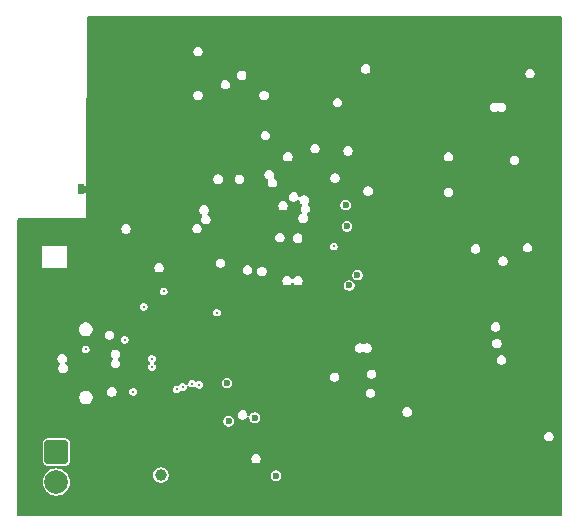
<source format=gbr>
G04 #@! TF.GenerationSoftware,KiCad,Pcbnew,9.0.6*
G04 #@! TF.CreationDate,2025-12-29T13:59:20+01:00*
G04 #@! TF.ProjectId,Lars-10W-RGBW-V1,4c617273-2d31-4305-972d-524742572d56,rev?*
G04 #@! TF.SameCoordinates,Original*
G04 #@! TF.FileFunction,Copper,L2,Inr*
G04 #@! TF.FilePolarity,Positive*
%FSLAX46Y46*%
G04 Gerber Fmt 4.6, Leading zero omitted, Abs format (unit mm)*
G04 Created by KiCad (PCBNEW 9.0.6) date 2025-12-29 13:59:20*
%MOMM*%
%LPD*%
G01*
G04 APERTURE LIST*
G04 Aperture macros list*
%AMRoundRect*
0 Rectangle with rounded corners*
0 $1 Rounding radius*
0 $2 $3 $4 $5 $6 $7 $8 $9 X,Y pos of 4 corners*
0 Add a 4 corners polygon primitive as box body*
4,1,4,$2,$3,$4,$5,$6,$7,$8,$9,$2,$3,0*
0 Add four circle primitives for the rounded corners*
1,1,$1+$1,$2,$3*
1,1,$1+$1,$4,$5*
1,1,$1+$1,$6,$7*
1,1,$1+$1,$8,$9*
0 Add four rect primitives between the rounded corners*
20,1,$1+$1,$2,$3,$4,$5,0*
20,1,$1+$1,$4,$5,$6,$7,0*
20,1,$1+$1,$6,$7,$8,$9,0*
20,1,$1+$1,$8,$9,$2,$3,0*%
G04 Aperture macros list end*
G04 #@! TA.AperFunction,ComponentPad*
%ADD10RoundRect,0.250000X-0.750000X0.750000X-0.750000X-0.750000X0.750000X-0.750000X0.750000X0.750000X0*%
G04 #@! TD*
G04 #@! TA.AperFunction,ComponentPad*
%ADD11C,2.000000*%
G04 #@! TD*
G04 #@! TA.AperFunction,HeatsinkPad*
%ADD12C,0.500000*%
G04 #@! TD*
G04 #@! TA.AperFunction,ComponentPad*
%ADD13R,0.500000X0.900000*%
G04 #@! TD*
G04 #@! TA.AperFunction,HeatsinkPad*
%ADD14O,2.100000X1.000000*%
G04 #@! TD*
G04 #@! TA.AperFunction,HeatsinkPad*
%ADD15O,1.800000X1.000000*%
G04 #@! TD*
G04 #@! TA.AperFunction,ViaPad*
%ADD16C,0.600000*%
G04 #@! TD*
G04 #@! TA.AperFunction,ViaPad*
%ADD17C,0.300000*%
G04 #@! TD*
G04 #@! TA.AperFunction,ViaPad*
%ADD18C,1.000000*%
G04 #@! TD*
G04 #@! TA.AperFunction,Conductor*
%ADD19C,0.600000*%
G04 #@! TD*
G04 APERTURE END LIST*
D10*
X108900000Y-75900000D03*
D11*
X108900000Y-78440000D03*
D12*
X123680000Y-55420000D03*
X123680000Y-56420000D03*
X123680000Y-57420000D03*
X124680000Y-55420000D03*
X124680000Y-56420000D03*
X124680000Y-57420000D03*
X125680000Y-55420000D03*
X125680000Y-56420000D03*
X125680000Y-57420000D03*
X133100000Y-68400000D03*
X133100000Y-67300000D03*
X144500000Y-66450000D03*
X144500000Y-65350000D03*
D13*
X111000000Y-53600000D03*
D12*
X130605000Y-47605000D03*
X130605000Y-46505000D03*
X118625000Y-67225000D03*
X118625000Y-68375000D03*
X119775000Y-67225000D03*
X119775000Y-68375000D03*
X144500000Y-48000000D03*
X144500000Y-46900000D03*
D14*
X111905000Y-64080000D03*
D15*
X107725000Y-64080000D03*
D14*
X111905000Y-72720000D03*
D15*
X107725000Y-72720000D03*
D16*
X121200000Y-75000000D03*
X115500000Y-61400000D03*
X146200000Y-71100000D03*
X126700000Y-64000000D03*
D17*
X113200000Y-56300000D03*
D16*
X120900000Y-53000000D03*
D17*
X111900000Y-56400000D03*
D16*
X137600000Y-56300000D03*
D17*
X106800000Y-56300000D03*
D16*
X141200000Y-54300000D03*
X120300000Y-76700000D03*
X140500000Y-53500000D03*
D17*
X111600000Y-41300000D03*
X110500000Y-56300000D03*
X113500000Y-71800000D03*
X115500000Y-72600000D03*
D16*
X147500000Y-69600000D03*
X138400000Y-54800000D03*
X138000000Y-62000000D03*
D17*
X112000000Y-56000000D03*
X118700000Y-57400000D03*
X107200000Y-60100000D03*
D16*
X151100000Y-80000000D03*
D17*
X113500000Y-52800000D03*
D16*
X139200000Y-56100000D03*
X136900000Y-55800000D03*
X135000000Y-40100000D03*
X117800000Y-81000000D03*
X149300000Y-42500000D03*
X118700000Y-46700000D03*
D17*
X122900000Y-71600000D03*
D16*
X113300000Y-46400000D03*
D17*
X111600000Y-43700000D03*
D16*
X138400000Y-55700000D03*
D17*
X113700000Y-53300000D03*
X111600000Y-44500000D03*
X113100000Y-58100000D03*
X111600000Y-43300000D03*
X113800000Y-54300000D03*
D16*
X141100000Y-55100000D03*
X117700000Y-56400000D03*
D17*
X111600000Y-54700000D03*
X114700000Y-52400000D03*
X113400000Y-72700000D03*
D16*
X118000000Y-76500000D03*
X149900000Y-67500000D03*
X145400000Y-71700000D03*
X132800000Y-80600000D03*
X127800000Y-46800000D03*
X139400000Y-66000000D03*
X150700000Y-70000000D03*
D17*
X115841182Y-64529532D03*
X115470201Y-71721779D03*
X111600000Y-52600000D03*
D16*
X121200000Y-76000000D03*
D17*
X111600000Y-49700000D03*
D16*
X122300000Y-62000000D03*
D17*
X111600000Y-48900000D03*
D16*
X140700000Y-69200000D03*
D17*
X116000000Y-53900000D03*
X111600000Y-44900000D03*
X112900000Y-54900000D03*
D16*
X120800000Y-66100000D03*
X133900000Y-40300000D03*
D17*
X117800000Y-50900000D03*
X115100000Y-53400000D03*
X107500000Y-61500000D03*
X111100000Y-58500000D03*
X111600000Y-41700000D03*
X111600000Y-50100000D03*
X118097154Y-59702172D03*
D16*
X138900000Y-69500000D03*
X137000000Y-57200000D03*
X136500000Y-56400000D03*
X134200000Y-79600000D03*
X123300000Y-77700000D03*
X138200000Y-48000000D03*
X134600000Y-77100000D03*
X151100000Y-57000000D03*
X143100000Y-67300000D03*
X140700000Y-68200000D03*
D17*
X111600000Y-50500000D03*
D16*
X127800000Y-45500000D03*
X124400000Y-47900000D03*
D17*
X111600000Y-45700000D03*
D16*
X138000000Y-63000000D03*
D17*
X113100000Y-56700000D03*
D16*
X129300000Y-79600000D03*
X138900000Y-47200000D03*
X149800000Y-81000000D03*
D17*
X113400000Y-54600000D03*
X110300000Y-60500000D03*
D16*
X144300000Y-42900000D03*
D17*
X110300000Y-61000000D03*
X122200000Y-65000000D03*
X110200000Y-61600000D03*
X108800000Y-56300000D03*
D16*
X133100000Y-48300000D03*
X143800000Y-70600000D03*
X144300000Y-77000000D03*
D17*
X117100000Y-62900000D03*
X113000000Y-74000000D03*
X113100000Y-52500000D03*
D16*
X120600000Y-53700000D03*
D17*
X110500000Y-58200000D03*
X112800000Y-59000000D03*
X127300000Y-70500000D03*
D16*
X118000000Y-52000000D03*
X139300000Y-50600000D03*
X135200000Y-75800000D03*
D17*
X116300000Y-55300000D03*
D16*
X112500000Y-41300000D03*
D17*
X110000000Y-57100000D03*
X111600000Y-47300000D03*
D16*
X140900000Y-49500000D03*
X136405000Y-48705000D03*
D17*
X111600000Y-46100000D03*
X117011122Y-70184635D03*
D16*
X130800000Y-48900000D03*
D17*
X110000000Y-56300000D03*
D16*
X137600000Y-55200000D03*
X139200000Y-57100000D03*
D17*
X108400000Y-57000000D03*
D16*
X117305630Y-69782587D03*
X130700000Y-45200000D03*
X151400000Y-69400000D03*
D17*
X124300000Y-50900000D03*
X111600000Y-48100000D03*
D16*
X132500000Y-55000000D03*
D17*
X111600000Y-42500000D03*
D16*
X119100000Y-76600000D03*
D17*
X111600000Y-45300000D03*
X113000000Y-58500000D03*
X110900000Y-56300000D03*
D16*
X137400000Y-43900000D03*
X148300000Y-40200000D03*
D17*
X108200000Y-61700000D03*
D16*
X149500000Y-60700000D03*
D17*
X112900000Y-51000000D03*
X115700000Y-55400000D03*
X111600000Y-40500000D03*
X111600000Y-47700000D03*
D16*
X139700000Y-49400000D03*
D17*
X113945266Y-63008018D03*
D16*
X142300000Y-80500000D03*
X121500000Y-53700000D03*
X144600000Y-71100000D03*
X139900000Y-50600000D03*
X121600000Y-61800000D03*
D17*
X116800000Y-55300000D03*
X107200000Y-58700000D03*
D16*
X141800000Y-55700000D03*
X135700000Y-54800000D03*
D17*
X130600000Y-71400000D03*
X112200000Y-50900000D03*
X109200000Y-56300000D03*
X129700000Y-70300000D03*
D16*
X112100000Y-45200000D03*
X136500000Y-53800000D03*
D17*
X109700000Y-61800000D03*
X116400000Y-53900000D03*
D16*
X135400000Y-79200000D03*
D17*
X107300000Y-57600000D03*
D16*
X145500000Y-76500000D03*
D17*
X111600000Y-46500000D03*
D16*
X141400000Y-46600000D03*
D17*
X107800000Y-57000000D03*
X113900000Y-55700000D03*
D16*
X140400000Y-54300000D03*
D17*
X118783393Y-57857475D03*
X111600000Y-40900000D03*
D16*
X116800000Y-57400000D03*
X135700000Y-77200000D03*
D17*
X112200000Y-55500000D03*
D16*
X139300000Y-54000000D03*
X119500000Y-55500000D03*
X127000000Y-80300000D03*
X141800000Y-63900000D03*
X118200000Y-48600000D03*
X138400000Y-56700000D03*
X131600000Y-55000000D03*
X135600000Y-49000000D03*
D17*
X111300000Y-60100000D03*
D16*
X138400000Y-50600000D03*
D17*
X113100000Y-57700000D03*
X110800000Y-60400000D03*
X111600000Y-39300000D03*
D16*
X144100000Y-50200000D03*
D17*
X112500000Y-55200000D03*
X111600000Y-44100000D03*
D16*
X150800000Y-64100000D03*
D17*
X113100000Y-57200000D03*
D16*
X117500000Y-73100000D03*
X150600000Y-62400000D03*
X139000000Y-80400000D03*
X119300000Y-56400000D03*
D17*
X113500000Y-56000000D03*
X108400000Y-56300000D03*
D16*
X140000000Y-48200000D03*
X118900000Y-53700000D03*
X121400000Y-77100000D03*
X137600000Y-54100000D03*
D17*
X115400000Y-73900000D03*
D16*
X139200000Y-55200000D03*
X144000000Y-49100000D03*
X137800000Y-57700000D03*
X113000000Y-80700000D03*
D17*
X115300000Y-55500000D03*
X109300000Y-57000000D03*
D16*
X112600000Y-39800000D03*
D17*
X127100000Y-69000000D03*
D16*
X143800000Y-71700000D03*
D17*
X109600000Y-56300000D03*
D16*
X147000000Y-40300000D03*
X144400000Y-80200000D03*
D17*
X113800000Y-53800000D03*
X107200000Y-59500000D03*
X111600000Y-55100000D03*
X107200000Y-58100000D03*
X107200000Y-56300000D03*
X114900000Y-55800000D03*
X111600000Y-42900000D03*
X111900000Y-57800000D03*
D16*
X112800000Y-43400000D03*
X150700000Y-44800000D03*
X124300000Y-77700000D03*
D17*
X111800000Y-58200000D03*
D16*
X131400000Y-56800000D03*
X150200000Y-59100000D03*
X126100000Y-61900000D03*
X123700000Y-78400000D03*
D17*
X113700000Y-51400000D03*
X111600000Y-56000000D03*
X131200000Y-75600000D03*
D16*
X144700000Y-44100000D03*
X122300000Y-77700000D03*
X123983591Y-45516409D03*
X140900000Y-50600000D03*
D17*
X117000000Y-64100000D03*
D16*
X145100000Y-67900000D03*
D17*
X115300000Y-73200000D03*
D16*
X131200000Y-76400000D03*
X123900000Y-61100000D03*
D17*
X111600000Y-53100000D03*
D16*
X140200000Y-55800000D03*
X139980331Y-65380331D03*
X135500000Y-41100000D03*
D17*
X112600000Y-52300000D03*
X115612467Y-58949508D03*
D16*
X135500000Y-42100000D03*
D17*
X114400000Y-55900000D03*
D16*
X150300000Y-49100000D03*
X129900000Y-49600000D03*
X151300000Y-63200000D03*
X136300000Y-57800000D03*
D17*
X118100000Y-51300000D03*
D16*
X142600000Y-54900000D03*
D17*
X128175840Y-58692654D03*
X130700000Y-75800000D03*
D16*
X118085873Y-72456878D03*
D17*
X108000000Y-56300000D03*
X123100000Y-66400000D03*
D16*
X124200000Y-49900000D03*
D17*
X111600000Y-40100000D03*
D16*
X143400000Y-80400000D03*
D17*
X130200000Y-74400000D03*
X115400000Y-74700000D03*
X111600000Y-48500000D03*
X107200000Y-61000000D03*
D16*
X132800000Y-40200000D03*
X140900000Y-56600000D03*
X118000000Y-47500000D03*
X138800000Y-49500000D03*
D17*
X116900000Y-53900000D03*
D16*
X113400000Y-42200000D03*
X150800000Y-45700000D03*
X132400000Y-56800000D03*
D17*
X111600000Y-52100000D03*
X106000000Y-56300000D03*
X111300000Y-56300000D03*
X126400000Y-68200000D03*
D16*
X140900000Y-47800000D03*
X142900000Y-65900000D03*
D17*
X111600000Y-46900000D03*
X113300000Y-51200000D03*
X123400000Y-71500000D03*
D16*
X121625003Y-70200000D03*
D17*
X111600000Y-55600000D03*
D16*
X126900000Y-79000000D03*
X118600000Y-56400000D03*
D17*
X111600000Y-49300000D03*
X111700000Y-50900000D03*
D16*
X144200000Y-68800000D03*
D17*
X120500000Y-56400000D03*
X114400000Y-52000000D03*
D16*
X140200000Y-57200000D03*
D17*
X114100000Y-51700000D03*
D16*
X125669669Y-65330331D03*
X137100000Y-76700000D03*
X145400000Y-70600000D03*
D17*
X111500000Y-58600000D03*
D16*
X119800000Y-53700000D03*
X130700000Y-43400000D03*
X136700000Y-54800000D03*
D17*
X121600000Y-65800000D03*
D16*
X118600000Y-55500000D03*
D17*
X116300000Y-62900000D03*
X114900000Y-52900000D03*
X126600000Y-69900000D03*
X111600000Y-39700000D03*
X111900000Y-57300000D03*
D16*
X149500000Y-41700000D03*
X132100000Y-75600000D03*
D17*
X111700000Y-59900000D03*
D16*
X117200000Y-79100000D03*
X140400000Y-69900000D03*
D17*
X115500000Y-53800000D03*
D16*
X123800000Y-63934300D03*
X143800000Y-76000000D03*
X138900000Y-46200000D03*
D17*
X119200000Y-64500000D03*
D16*
X117000000Y-80300000D03*
D17*
X111900000Y-56800000D03*
X107600000Y-56300000D03*
D16*
X124500000Y-78500000D03*
X130600000Y-58100000D03*
D17*
X120300000Y-71800000D03*
X109000000Y-61800000D03*
X112600000Y-59400000D03*
X116992654Y-69241593D03*
X110400000Y-57500000D03*
D16*
X129700000Y-63200000D03*
D17*
X112200000Y-59700000D03*
X112100000Y-52100000D03*
X111600000Y-42100000D03*
X106400000Y-56300000D03*
D16*
X127500000Y-64200000D03*
D17*
X111600000Y-54100000D03*
X121400000Y-64200000D03*
X118000000Y-62301000D03*
D16*
X133700000Y-61800000D03*
D17*
X132400000Y-58500000D03*
D16*
X134400000Y-60900000D03*
X133500000Y-56800000D03*
X133400000Y-55000000D03*
D17*
X122500000Y-64100000D03*
X116300000Y-63600000D03*
D18*
X117750000Y-77850000D03*
D16*
X125700000Y-73000000D03*
X123350000Y-70050000D03*
D17*
X114700000Y-66400000D03*
X111400000Y-67200000D03*
X120400000Y-70100000D03*
X115400000Y-70800000D03*
X121000000Y-70200000D03*
D16*
X127500000Y-77900000D03*
X123500000Y-73294098D03*
D17*
X119600000Y-70400000D03*
X117000000Y-68000000D03*
X117000000Y-68700000D03*
X119100000Y-70600000D03*
D19*
X111000000Y-53600000D02*
X112600000Y-53600000D01*
X112600000Y-53600000D02*
X112700000Y-53700000D01*
G04 #@! TA.AperFunction,Conductor*
G36*
X151642539Y-39020185D02*
G01*
X151688294Y-39072989D01*
X151699500Y-39124500D01*
X151699500Y-81175500D01*
X151679815Y-81242539D01*
X151627011Y-81288294D01*
X151575500Y-81299500D01*
X105724500Y-81299500D01*
X105657461Y-81279815D01*
X105611706Y-81227011D01*
X105600500Y-81175500D01*
X105600500Y-75118475D01*
X107749500Y-75118475D01*
X107749500Y-76681517D01*
X107760292Y-76749657D01*
X107764354Y-76775304D01*
X107821950Y-76888342D01*
X107821952Y-76888344D01*
X107821954Y-76888347D01*
X107911652Y-76978045D01*
X107911654Y-76978046D01*
X107911658Y-76978050D01*
X108024694Y-77035645D01*
X108024698Y-77035647D01*
X108118475Y-77050499D01*
X108118481Y-77050500D01*
X108742873Y-77050499D01*
X108809910Y-77070183D01*
X108855665Y-77122987D01*
X108865609Y-77192146D01*
X108836584Y-77255702D01*
X108777806Y-77293476D01*
X108762270Y-77296972D01*
X108630589Y-77317829D01*
X108458363Y-77373787D01*
X108458360Y-77373788D01*
X108297002Y-77456006D01*
X108150505Y-77562441D01*
X108150500Y-77562445D01*
X108022445Y-77690500D01*
X108022441Y-77690505D01*
X107916006Y-77837002D01*
X107833788Y-77998360D01*
X107833787Y-77998363D01*
X107777829Y-78170589D01*
X107749500Y-78349448D01*
X107749500Y-78530551D01*
X107777829Y-78709410D01*
X107833787Y-78881636D01*
X107833788Y-78881639D01*
X107916006Y-79042997D01*
X108022441Y-79189494D01*
X108022445Y-79189499D01*
X108150500Y-79317554D01*
X108150505Y-79317558D01*
X108278287Y-79410396D01*
X108297006Y-79423996D01*
X108402484Y-79477740D01*
X108458360Y-79506211D01*
X108458363Y-79506212D01*
X108544476Y-79534191D01*
X108630591Y-79562171D01*
X108713429Y-79575291D01*
X108809449Y-79590500D01*
X108809454Y-79590500D01*
X108990551Y-79590500D01*
X109077259Y-79576765D01*
X109169409Y-79562171D01*
X109341639Y-79506211D01*
X109502994Y-79423996D01*
X109649501Y-79317553D01*
X109777553Y-79189501D01*
X109883996Y-79042994D01*
X109966211Y-78881639D01*
X110022171Y-78709409D01*
X110036765Y-78617259D01*
X110050500Y-78530551D01*
X110050500Y-78349448D01*
X110034019Y-78245397D01*
X110022171Y-78170591D01*
X109994191Y-78084476D01*
X109966212Y-77998363D01*
X109966211Y-77998360D01*
X109923263Y-77914071D01*
X117099499Y-77914071D01*
X117124497Y-78039738D01*
X117124499Y-78039744D01*
X117173533Y-78158124D01*
X117173538Y-78158133D01*
X117244723Y-78264668D01*
X117244726Y-78264672D01*
X117335327Y-78355273D01*
X117335331Y-78355276D01*
X117441866Y-78426461D01*
X117441872Y-78426464D01*
X117441873Y-78426465D01*
X117560256Y-78475501D01*
X117560260Y-78475501D01*
X117560261Y-78475502D01*
X117685928Y-78500500D01*
X117685931Y-78500500D01*
X117814071Y-78500500D01*
X117898615Y-78483682D01*
X117939744Y-78475501D01*
X118058127Y-78426465D01*
X118164669Y-78355276D01*
X118255276Y-78264669D01*
X118326465Y-78158127D01*
X118375501Y-78039744D01*
X118400500Y-77914069D01*
X118400500Y-77840691D01*
X127049500Y-77840691D01*
X127049500Y-77959309D01*
X127080201Y-78073886D01*
X127139511Y-78176613D01*
X127223387Y-78260489D01*
X127326114Y-78319799D01*
X127440691Y-78350500D01*
X127440694Y-78350500D01*
X127559306Y-78350500D01*
X127559309Y-78350500D01*
X127673886Y-78319799D01*
X127776613Y-78260489D01*
X127860489Y-78176613D01*
X127919799Y-78073886D01*
X127950500Y-77959309D01*
X127950500Y-77840691D01*
X127919799Y-77726114D01*
X127860489Y-77623387D01*
X127776613Y-77539511D01*
X127673886Y-77480201D01*
X127559309Y-77449500D01*
X127440691Y-77449500D01*
X127326114Y-77480201D01*
X127326112Y-77480201D01*
X127326112Y-77480202D01*
X127223387Y-77539511D01*
X127223384Y-77539513D01*
X127139513Y-77623384D01*
X127139511Y-77623387D01*
X127100764Y-77690499D01*
X127080201Y-77726114D01*
X127049500Y-77840691D01*
X118400500Y-77840691D01*
X118400500Y-77785931D01*
X118400500Y-77785928D01*
X118375502Y-77660261D01*
X118375501Y-77660260D01*
X118375501Y-77660256D01*
X118326465Y-77541873D01*
X118326464Y-77541872D01*
X118326461Y-77541866D01*
X118255276Y-77435331D01*
X118255273Y-77435327D01*
X118164672Y-77344726D01*
X118164668Y-77344723D01*
X118058133Y-77273538D01*
X118058124Y-77273533D01*
X117939744Y-77224499D01*
X117939738Y-77224497D01*
X117814071Y-77199500D01*
X117814069Y-77199500D01*
X117685931Y-77199500D01*
X117685929Y-77199500D01*
X117560261Y-77224497D01*
X117560255Y-77224499D01*
X117441875Y-77273533D01*
X117441866Y-77273538D01*
X117335331Y-77344723D01*
X117335327Y-77344726D01*
X117244726Y-77435327D01*
X117244723Y-77435331D01*
X117173538Y-77541866D01*
X117173533Y-77541875D01*
X117124499Y-77660255D01*
X117124497Y-77660261D01*
X117099500Y-77785928D01*
X117099500Y-77785931D01*
X117099500Y-77914069D01*
X117099500Y-77914071D01*
X117099499Y-77914071D01*
X109923263Y-77914071D01*
X109883995Y-77837004D01*
X109777558Y-77690505D01*
X109777554Y-77690500D01*
X109649499Y-77562445D01*
X109649494Y-77562441D01*
X109502997Y-77456006D01*
X109502996Y-77456005D01*
X109502994Y-77456004D01*
X109451300Y-77429664D01*
X109341639Y-77373788D01*
X109341636Y-77373787D01*
X109169410Y-77317829D01*
X109037728Y-77296972D01*
X108974594Y-77267042D01*
X108937663Y-77207731D01*
X108938661Y-77137868D01*
X108977271Y-77079636D01*
X109041235Y-77051522D01*
X109057120Y-77050499D01*
X109681518Y-77050499D01*
X109775304Y-77035646D01*
X109888342Y-76978050D01*
X109978050Y-76888342D01*
X110035646Y-76775304D01*
X110035646Y-76775302D01*
X110035647Y-76775301D01*
X110050500Y-76681524D01*
X110050500Y-76419398D01*
X125399500Y-76419398D01*
X125399500Y-76524852D01*
X125426793Y-76626712D01*
X125479520Y-76718038D01*
X125554087Y-76792605D01*
X125645413Y-76845332D01*
X125747273Y-76872625D01*
X125747275Y-76872625D01*
X125852725Y-76872625D01*
X125852727Y-76872625D01*
X125954587Y-76845332D01*
X126045913Y-76792605D01*
X126120480Y-76718038D01*
X126173207Y-76626712D01*
X126200500Y-76524852D01*
X126200500Y-76419398D01*
X126173207Y-76317538D01*
X126120480Y-76226212D01*
X126045913Y-76151645D01*
X125954587Y-76098918D01*
X125852727Y-76071625D01*
X125747273Y-76071625D01*
X125645413Y-76098918D01*
X125645410Y-76098919D01*
X125554085Y-76151646D01*
X125479521Y-76226210D01*
X125426794Y-76317535D01*
X125426793Y-76317538D01*
X125399500Y-76419398D01*
X110050500Y-76419398D01*
X110050500Y-76411271D01*
X110050499Y-75118482D01*
X110050498Y-75118475D01*
X110035646Y-75024696D01*
X109978050Y-74911658D01*
X109978046Y-74911654D01*
X109978045Y-74911652D01*
X109888347Y-74821954D01*
X109888344Y-74821952D01*
X109888342Y-74821950D01*
X109811517Y-74782805D01*
X109775301Y-74764352D01*
X109681524Y-74749500D01*
X108118482Y-74749500D01*
X108037519Y-74762323D01*
X108024696Y-74764354D01*
X107911658Y-74821950D01*
X107911657Y-74821951D01*
X107911652Y-74821954D01*
X107821954Y-74911652D01*
X107821951Y-74911657D01*
X107764352Y-75024698D01*
X107749500Y-75118475D01*
X105600500Y-75118475D01*
X105600500Y-74547273D01*
X150199500Y-74547273D01*
X150199500Y-74652727D01*
X150226793Y-74754587D01*
X150279520Y-74845913D01*
X150354087Y-74920480D01*
X150445413Y-74973207D01*
X150547273Y-75000500D01*
X150547275Y-75000500D01*
X150652725Y-75000500D01*
X150652727Y-75000500D01*
X150754587Y-74973207D01*
X150845913Y-74920480D01*
X150920480Y-74845913D01*
X150973207Y-74754587D01*
X151000500Y-74652727D01*
X151000500Y-74547273D01*
X150973207Y-74445413D01*
X150920480Y-74354087D01*
X150845913Y-74279520D01*
X150754587Y-74226793D01*
X150652727Y-74199500D01*
X150547273Y-74199500D01*
X150445413Y-74226793D01*
X150445410Y-74226794D01*
X150354085Y-74279521D01*
X150279521Y-74354085D01*
X150226794Y-74445410D01*
X150226793Y-74445413D01*
X150199500Y-74547273D01*
X105600500Y-74547273D01*
X105600500Y-73234789D01*
X123049500Y-73234789D01*
X123049500Y-73353407D01*
X123080201Y-73467984D01*
X123139511Y-73570711D01*
X123223387Y-73654587D01*
X123326114Y-73713897D01*
X123440691Y-73744598D01*
X123440694Y-73744598D01*
X123559306Y-73744598D01*
X123559309Y-73744598D01*
X123673886Y-73713897D01*
X123776613Y-73654587D01*
X123860489Y-73570711D01*
X123919799Y-73467984D01*
X123950500Y-73353407D01*
X123950500Y-73234789D01*
X123919799Y-73120212D01*
X123860489Y-73017485D01*
X123776613Y-72933609D01*
X123673886Y-72874299D01*
X123559309Y-72843598D01*
X123440691Y-72843598D01*
X123326114Y-72874299D01*
X123326112Y-72874299D01*
X123326112Y-72874300D01*
X123223387Y-72933609D01*
X123223384Y-72933611D01*
X123139513Y-73017482D01*
X123139511Y-73017485D01*
X123080201Y-73120212D01*
X123049500Y-73234789D01*
X105600500Y-73234789D01*
X105600500Y-72697273D01*
X124273459Y-72697273D01*
X124273459Y-72802727D01*
X124300752Y-72904587D01*
X124353479Y-72995913D01*
X124428046Y-73070480D01*
X124519372Y-73123207D01*
X124621232Y-73150500D01*
X124621234Y-73150500D01*
X124726684Y-73150500D01*
X124726686Y-73150500D01*
X124828546Y-73123207D01*
X124919872Y-73070480D01*
X124994439Y-72995913D01*
X125018114Y-72954905D01*
X125068680Y-72906692D01*
X125137287Y-72893468D01*
X125202151Y-72919436D01*
X125242680Y-72976350D01*
X125249500Y-73016907D01*
X125249500Y-73059309D01*
X125280201Y-73173886D01*
X125339511Y-73276613D01*
X125423387Y-73360489D01*
X125526114Y-73419799D01*
X125640691Y-73450500D01*
X125640694Y-73450500D01*
X125759306Y-73450500D01*
X125759309Y-73450500D01*
X125873886Y-73419799D01*
X125976613Y-73360489D01*
X126060489Y-73276613D01*
X126119799Y-73173886D01*
X126150500Y-73059309D01*
X126150500Y-72940691D01*
X126119799Y-72826114D01*
X126060489Y-72723387D01*
X125976613Y-72639511D01*
X125873886Y-72580201D01*
X125759309Y-72549500D01*
X125640691Y-72549500D01*
X125526114Y-72580201D01*
X125526112Y-72580201D01*
X125526112Y-72580202D01*
X125423387Y-72639511D01*
X125423384Y-72639513D01*
X125339513Y-72723384D01*
X125339511Y-72723387D01*
X125305846Y-72781696D01*
X125255278Y-72829911D01*
X125186671Y-72843133D01*
X125121806Y-72817165D01*
X125081278Y-72760250D01*
X125074459Y-72719695D01*
X125074459Y-72697275D01*
X125074459Y-72697273D01*
X125047166Y-72595413D01*
X124994439Y-72504087D01*
X124937625Y-72447273D01*
X138199500Y-72447273D01*
X138199500Y-72552727D01*
X138226793Y-72654587D01*
X138279520Y-72745913D01*
X138354087Y-72820480D01*
X138445413Y-72873207D01*
X138547273Y-72900500D01*
X138547275Y-72900500D01*
X138652725Y-72900500D01*
X138652727Y-72900500D01*
X138754587Y-72873207D01*
X138845913Y-72820480D01*
X138920480Y-72745913D01*
X138973207Y-72654587D01*
X139000500Y-72552727D01*
X139000500Y-72447273D01*
X138973207Y-72345413D01*
X138920480Y-72254087D01*
X138845913Y-72179520D01*
X138754587Y-72126793D01*
X138652727Y-72099500D01*
X138547273Y-72099500D01*
X138445413Y-72126793D01*
X138445410Y-72126794D01*
X138354085Y-72179521D01*
X138279521Y-72254085D01*
X138226794Y-72345410D01*
X138226793Y-72345413D01*
X138199500Y-72447273D01*
X124937625Y-72447273D01*
X124919872Y-72429520D01*
X124828546Y-72376793D01*
X124726686Y-72349500D01*
X124621232Y-72349500D01*
X124519372Y-72376793D01*
X124519369Y-72376794D01*
X124428044Y-72429521D01*
X124353480Y-72504085D01*
X124300753Y-72595410D01*
X124300752Y-72595413D01*
X124273459Y-72697273D01*
X105600500Y-72697273D01*
X105600500Y-71214234D01*
X110829500Y-71214234D01*
X110829500Y-71365765D01*
X110868719Y-71512136D01*
X110906602Y-71577750D01*
X110944485Y-71643365D01*
X111051635Y-71750515D01*
X111182865Y-71826281D01*
X111329234Y-71865500D01*
X111329236Y-71865500D01*
X111480764Y-71865500D01*
X111480766Y-71865500D01*
X111627135Y-71826281D01*
X111758365Y-71750515D01*
X111865515Y-71643365D01*
X111941281Y-71512135D01*
X111980500Y-71365766D01*
X111980500Y-71214234D01*
X111941281Y-71067865D01*
X111937007Y-71060463D01*
X111931129Y-71050281D01*
X111865515Y-70936635D01*
X111758365Y-70829485D01*
X111692750Y-70791602D01*
X111627136Y-70753719D01*
X111603079Y-70747273D01*
X113199500Y-70747273D01*
X113199500Y-70852727D01*
X113226793Y-70954587D01*
X113279520Y-71045913D01*
X113354087Y-71120480D01*
X113445413Y-71173207D01*
X113547273Y-71200500D01*
X113547275Y-71200500D01*
X113652725Y-71200500D01*
X113652727Y-71200500D01*
X113754587Y-71173207D01*
X113845913Y-71120480D01*
X113920480Y-71045913D01*
X113973207Y-70954587D01*
X114000500Y-70852727D01*
X114000500Y-70757147D01*
X115074500Y-70757147D01*
X115074500Y-70842853D01*
X115090702Y-70903318D01*
X115096682Y-70925637D01*
X115096685Y-70925644D01*
X115139530Y-70999855D01*
X115139534Y-70999860D01*
X115139535Y-70999862D01*
X115200138Y-71060465D01*
X115200140Y-71060466D01*
X115200144Y-71060469D01*
X115274355Y-71103314D01*
X115274362Y-71103318D01*
X115357147Y-71125500D01*
X115357149Y-71125500D01*
X115442851Y-71125500D01*
X115442853Y-71125500D01*
X115525638Y-71103318D01*
X115599862Y-71060465D01*
X115660465Y-70999862D01*
X115703318Y-70925638D01*
X115725500Y-70842853D01*
X115725500Y-70757147D01*
X115703318Y-70674362D01*
X115695295Y-70660465D01*
X115666748Y-70611019D01*
X115660469Y-70600144D01*
X115660463Y-70600136D01*
X115617474Y-70557147D01*
X118774500Y-70557147D01*
X118774500Y-70642853D01*
X118796246Y-70724008D01*
X118796682Y-70725637D01*
X118796685Y-70725644D01*
X118839530Y-70799855D01*
X118839534Y-70799860D01*
X118839535Y-70799862D01*
X118900138Y-70860465D01*
X118900140Y-70860466D01*
X118900144Y-70860469D01*
X118974355Y-70903314D01*
X118974362Y-70903318D01*
X119057147Y-70925500D01*
X119057149Y-70925500D01*
X119142851Y-70925500D01*
X119142853Y-70925500D01*
X119225638Y-70903318D01*
X119299862Y-70860465D01*
X119313054Y-70847273D01*
X135099500Y-70847273D01*
X135099500Y-70952727D01*
X135099999Y-70954587D01*
X135126793Y-71054586D01*
X135126794Y-71054589D01*
X135130187Y-71060465D01*
X135179520Y-71145913D01*
X135254087Y-71220480D01*
X135345413Y-71273207D01*
X135447273Y-71300500D01*
X135447275Y-71300500D01*
X135552725Y-71300500D01*
X135552727Y-71300500D01*
X135654587Y-71273207D01*
X135745913Y-71220480D01*
X135820480Y-71145913D01*
X135873207Y-71054587D01*
X135900500Y-70952727D01*
X135900500Y-70847273D01*
X135873207Y-70745413D01*
X135820480Y-70654087D01*
X135745913Y-70579520D01*
X135654587Y-70526793D01*
X135552727Y-70499500D01*
X135447273Y-70499500D01*
X135345413Y-70526793D01*
X135345410Y-70526794D01*
X135254085Y-70579521D01*
X135179521Y-70654085D01*
X135126794Y-70745410D01*
X135126793Y-70745413D01*
X135099500Y-70847273D01*
X119313054Y-70847273D01*
X119360465Y-70799862D01*
X119376421Y-70772224D01*
X119426987Y-70724008D01*
X119486661Y-70710256D01*
X119501531Y-70710598D01*
X119557147Y-70725500D01*
X119642853Y-70725500D01*
X119725638Y-70703318D01*
X119799862Y-70660465D01*
X119860465Y-70599862D01*
X119903318Y-70525638D01*
X119925500Y-70442853D01*
X119925500Y-70385189D01*
X119945185Y-70318150D01*
X119997989Y-70272395D01*
X120067147Y-70262451D01*
X120130703Y-70291476D01*
X120137181Y-70297508D01*
X120139535Y-70299862D01*
X120200138Y-70360465D01*
X120200140Y-70360466D01*
X120200144Y-70360469D01*
X120268854Y-70400138D01*
X120274362Y-70403318D01*
X120357147Y-70425500D01*
X120357149Y-70425500D01*
X120442851Y-70425500D01*
X120442853Y-70425500D01*
X120525638Y-70403318D01*
X120581530Y-70371048D01*
X120649429Y-70354576D01*
X120715456Y-70377428D01*
X120733277Y-70394625D01*
X120733788Y-70394115D01*
X120739535Y-70399862D01*
X120800138Y-70460465D01*
X120800140Y-70460466D01*
X120800144Y-70460469D01*
X120824196Y-70474355D01*
X120874362Y-70503318D01*
X120957147Y-70525500D01*
X120957149Y-70525500D01*
X121042851Y-70525500D01*
X121042853Y-70525500D01*
X121125638Y-70503318D01*
X121199862Y-70460465D01*
X121260465Y-70399862D01*
X121303318Y-70325638D01*
X121325500Y-70242853D01*
X121325500Y-70157147D01*
X121303318Y-70074362D01*
X121260465Y-70000138D01*
X121251018Y-69990691D01*
X122899500Y-69990691D01*
X122899500Y-70109309D01*
X122930201Y-70223886D01*
X122989511Y-70326613D01*
X123073387Y-70410489D01*
X123176114Y-70469799D01*
X123290691Y-70500500D01*
X123290694Y-70500500D01*
X123409306Y-70500500D01*
X123409309Y-70500500D01*
X123523886Y-70469799D01*
X123626613Y-70410489D01*
X123710489Y-70326613D01*
X123769799Y-70223886D01*
X123800500Y-70109309D01*
X123800500Y-69990691D01*
X123769799Y-69876114D01*
X123710489Y-69773387D01*
X123626613Y-69689511D01*
X123523886Y-69630201D01*
X123447104Y-69609627D01*
X123430909Y-69605287D01*
X123409309Y-69599500D01*
X123290691Y-69599500D01*
X123176114Y-69630201D01*
X123176112Y-69630201D01*
X123176112Y-69630202D01*
X123073387Y-69689511D01*
X123073384Y-69689513D01*
X122989513Y-69773384D01*
X122989511Y-69773387D01*
X122933046Y-69871187D01*
X122930201Y-69876114D01*
X122899500Y-69990691D01*
X121251018Y-69990691D01*
X121199862Y-69939535D01*
X121199860Y-69939534D01*
X121199855Y-69939530D01*
X121125644Y-69896685D01*
X121125640Y-69896683D01*
X121125638Y-69896682D01*
X121042853Y-69874500D01*
X120957147Y-69874500D01*
X120874362Y-69896682D01*
X120874357Y-69896684D01*
X120818468Y-69928951D01*
X120750568Y-69945422D01*
X120684541Y-69922569D01*
X120666722Y-69905374D01*
X120666212Y-69905885D01*
X120599863Y-69839536D01*
X120599855Y-69839530D01*
X120525644Y-69796685D01*
X120525640Y-69796683D01*
X120525638Y-69796682D01*
X120442853Y-69774500D01*
X120357147Y-69774500D01*
X120274362Y-69796682D01*
X120274355Y-69796685D01*
X120200144Y-69839530D01*
X120200136Y-69839536D01*
X120139536Y-69900136D01*
X120139530Y-69900144D01*
X120096685Y-69974355D01*
X120096682Y-69974362D01*
X120074500Y-70057147D01*
X120074500Y-70114811D01*
X120054815Y-70181850D01*
X120002011Y-70227605D01*
X119932853Y-70237549D01*
X119869297Y-70208524D01*
X119862819Y-70202492D01*
X119799863Y-70139536D01*
X119799855Y-70139530D01*
X119725644Y-70096685D01*
X119725640Y-70096683D01*
X119725638Y-70096682D01*
X119642853Y-70074500D01*
X119557147Y-70074500D01*
X119474362Y-70096682D01*
X119474355Y-70096685D01*
X119400144Y-70139530D01*
X119400136Y-70139536D01*
X119339536Y-70200136D01*
X119339532Y-70200141D01*
X119323576Y-70227778D01*
X119273008Y-70275993D01*
X119204401Y-70289214D01*
X119184098Y-70285551D01*
X119142854Y-70274500D01*
X119142853Y-70274500D01*
X119057147Y-70274500D01*
X118974362Y-70296682D01*
X118974355Y-70296685D01*
X118900144Y-70339530D01*
X118900136Y-70339536D01*
X118839536Y-70400136D01*
X118839530Y-70400144D01*
X118796685Y-70474355D01*
X118796682Y-70474362D01*
X118774500Y-70557147D01*
X115617474Y-70557147D01*
X115599863Y-70539536D01*
X115599855Y-70539530D01*
X115525644Y-70496685D01*
X115525640Y-70496683D01*
X115525638Y-70496682D01*
X115442853Y-70474500D01*
X115357147Y-70474500D01*
X115274362Y-70496682D01*
X115274355Y-70496685D01*
X115200144Y-70539530D01*
X115200136Y-70539536D01*
X115139536Y-70600136D01*
X115139530Y-70600144D01*
X115096685Y-70674355D01*
X115096682Y-70674362D01*
X115074500Y-70757147D01*
X114000500Y-70757147D01*
X114000500Y-70747273D01*
X113973207Y-70645413D01*
X113920480Y-70554087D01*
X113845913Y-70479520D01*
X113754587Y-70426793D01*
X113652727Y-70399500D01*
X113547273Y-70399500D01*
X113445413Y-70426793D01*
X113445410Y-70426794D01*
X113354085Y-70479521D01*
X113279521Y-70554085D01*
X113226794Y-70645410D01*
X113226793Y-70645413D01*
X113199500Y-70747273D01*
X111603079Y-70747273D01*
X111521819Y-70725500D01*
X111480766Y-70714500D01*
X111329234Y-70714500D01*
X111182863Y-70753719D01*
X111051635Y-70829485D01*
X111051632Y-70829487D01*
X110944487Y-70936632D01*
X110944485Y-70936635D01*
X110868719Y-71067863D01*
X110829500Y-71214234D01*
X105600500Y-71214234D01*
X105600500Y-69497980D01*
X132048793Y-69497980D01*
X132048793Y-69603434D01*
X132076086Y-69705294D01*
X132128813Y-69796620D01*
X132203380Y-69871187D01*
X132294706Y-69923914D01*
X132396566Y-69951207D01*
X132396568Y-69951207D01*
X132502018Y-69951207D01*
X132502020Y-69951207D01*
X132603880Y-69923914D01*
X132695206Y-69871187D01*
X132769773Y-69796620D01*
X132822500Y-69705294D01*
X132849793Y-69603434D01*
X132849793Y-69497980D01*
X132822500Y-69396120D01*
X132769773Y-69304794D01*
X132712252Y-69247273D01*
X135199500Y-69247273D01*
X135199500Y-69352727D01*
X135226793Y-69454587D01*
X135279520Y-69545913D01*
X135354087Y-69620480D01*
X135445413Y-69673207D01*
X135547273Y-69700500D01*
X135547275Y-69700500D01*
X135652725Y-69700500D01*
X135652727Y-69700500D01*
X135754587Y-69673207D01*
X135845913Y-69620480D01*
X135920480Y-69545913D01*
X135973207Y-69454587D01*
X136000500Y-69352727D01*
X136000500Y-69247273D01*
X135973207Y-69145413D01*
X135920480Y-69054087D01*
X135845913Y-68979520D01*
X135754587Y-68926793D01*
X135652727Y-68899500D01*
X135547273Y-68899500D01*
X135445413Y-68926793D01*
X135445410Y-68926794D01*
X135354085Y-68979521D01*
X135279521Y-69054085D01*
X135226794Y-69145410D01*
X135226793Y-69145413D01*
X135199500Y-69247273D01*
X132712252Y-69247273D01*
X132695206Y-69230227D01*
X132603880Y-69177500D01*
X132502020Y-69150207D01*
X132396566Y-69150207D01*
X132294706Y-69177500D01*
X132294703Y-69177501D01*
X132203378Y-69230228D01*
X132128814Y-69304792D01*
X132076087Y-69396117D01*
X132076086Y-69396120D01*
X132048793Y-69497980D01*
X105600500Y-69497980D01*
X105600500Y-67947273D01*
X108999500Y-67947273D01*
X108999500Y-68052727D01*
X109026793Y-68154587D01*
X109079520Y-68245913D01*
X109154087Y-68320480D01*
X109162982Y-68325616D01*
X109211197Y-68376179D01*
X109224422Y-68444786D01*
X109198455Y-68509651D01*
X109188665Y-68520682D01*
X109155262Y-68554085D01*
X109102535Y-68645410D01*
X109102534Y-68645413D01*
X109075241Y-68747273D01*
X109075241Y-68852726D01*
X109102534Y-68954586D01*
X109102535Y-68954589D01*
X109105928Y-68960465D01*
X109155261Y-69045913D01*
X109229828Y-69120480D01*
X109321154Y-69173207D01*
X109423014Y-69200500D01*
X109423016Y-69200500D01*
X109528466Y-69200500D01*
X109528468Y-69200500D01*
X109630328Y-69173207D01*
X109721654Y-69120480D01*
X109796221Y-69045913D01*
X109848948Y-68954587D01*
X109876241Y-68852727D01*
X109876241Y-68747273D01*
X109848948Y-68645413D01*
X109796221Y-68554087D01*
X109721654Y-68479520D01*
X109712755Y-68474382D01*
X109664542Y-68423817D01*
X109651318Y-68355210D01*
X109677286Y-68290346D01*
X109687069Y-68279323D01*
X109720480Y-68245913D01*
X109773207Y-68154587D01*
X109800500Y-68052727D01*
X109800500Y-67947273D01*
X109773207Y-67845413D01*
X109720480Y-67754087D01*
X109645913Y-67679520D01*
X109554587Y-67626793D01*
X109452727Y-67599500D01*
X109347273Y-67599500D01*
X109245413Y-67626793D01*
X109245410Y-67626794D01*
X109154085Y-67679521D01*
X109079521Y-67754085D01*
X109026794Y-67845410D01*
X109026793Y-67845413D01*
X108999500Y-67947273D01*
X105600500Y-67947273D01*
X105600500Y-67547273D01*
X113499500Y-67547273D01*
X113499500Y-67652727D01*
X113526793Y-67754587D01*
X113579231Y-67845413D01*
X113579521Y-67845914D01*
X113645926Y-67912319D01*
X113679411Y-67973642D01*
X113674427Y-68043334D01*
X113645926Y-68087681D01*
X113579521Y-68154085D01*
X113526794Y-68245410D01*
X113526793Y-68245413D01*
X113499500Y-68347273D01*
X113499500Y-68452727D01*
X113526793Y-68554587D01*
X113579520Y-68645913D01*
X113654087Y-68720480D01*
X113745413Y-68773207D01*
X113847273Y-68800500D01*
X113847275Y-68800500D01*
X113952725Y-68800500D01*
X113952727Y-68800500D01*
X114054587Y-68773207D01*
X114145913Y-68720480D01*
X114220480Y-68645913D01*
X114273207Y-68554587D01*
X114300500Y-68452727D01*
X114300500Y-68347273D01*
X114273207Y-68245413D01*
X114220480Y-68154087D01*
X114154074Y-68087681D01*
X114149735Y-68079735D01*
X114142488Y-68074310D01*
X114133253Y-68049550D01*
X114120589Y-68026358D01*
X114121234Y-68017328D01*
X114118071Y-68008846D01*
X114123687Y-67983025D01*
X114125539Y-67957147D01*
X116674500Y-67957147D01*
X116674500Y-68042853D01*
X116684383Y-68079735D01*
X116696682Y-68125637D01*
X116696685Y-68125644D01*
X116739530Y-68199855D01*
X116739536Y-68199863D01*
X116801992Y-68262319D01*
X116835477Y-68323642D01*
X116830493Y-68393334D01*
X116801992Y-68437681D01*
X116739536Y-68500136D01*
X116739530Y-68500144D01*
X116696685Y-68574355D01*
X116696682Y-68574362D01*
X116674500Y-68657147D01*
X116674500Y-68742853D01*
X116689947Y-68800500D01*
X116696682Y-68825637D01*
X116696685Y-68825644D01*
X116739530Y-68899855D01*
X116739534Y-68899860D01*
X116739535Y-68899862D01*
X116800138Y-68960465D01*
X116800140Y-68960466D01*
X116800144Y-68960469D01*
X116833142Y-68979520D01*
X116874362Y-69003318D01*
X116957147Y-69025500D01*
X116957149Y-69025500D01*
X117042851Y-69025500D01*
X117042853Y-69025500D01*
X117125638Y-69003318D01*
X117199862Y-68960465D01*
X117260465Y-68899862D01*
X117303318Y-68825638D01*
X117325500Y-68742853D01*
X117325500Y-68657147D01*
X117303318Y-68574362D01*
X117291901Y-68554587D01*
X117260469Y-68500144D01*
X117260463Y-68500136D01*
X117198008Y-68437681D01*
X117164523Y-68376358D01*
X117169507Y-68306666D01*
X117198008Y-68262319D01*
X117214917Y-68245410D01*
X117260465Y-68199862D01*
X117303318Y-68125638D01*
X117324316Y-68047273D01*
X146199500Y-68047273D01*
X146199500Y-68152727D01*
X146226793Y-68254587D01*
X146279520Y-68345913D01*
X146354087Y-68420480D01*
X146445413Y-68473207D01*
X146547273Y-68500500D01*
X146547275Y-68500500D01*
X146652725Y-68500500D01*
X146652727Y-68500500D01*
X146754587Y-68473207D01*
X146845913Y-68420480D01*
X146920480Y-68345913D01*
X146973207Y-68254587D01*
X147000500Y-68152727D01*
X147000500Y-68047273D01*
X146973207Y-67945413D01*
X146920480Y-67854087D01*
X146845913Y-67779520D01*
X146754587Y-67726793D01*
X146652727Y-67699500D01*
X146547273Y-67699500D01*
X146445413Y-67726793D01*
X146445410Y-67726794D01*
X146354085Y-67779521D01*
X146279521Y-67854085D01*
X146226794Y-67945410D01*
X146226793Y-67945413D01*
X146199500Y-68047273D01*
X117324316Y-68047273D01*
X117325500Y-68042853D01*
X117325500Y-67957147D01*
X117303318Y-67874362D01*
X117286893Y-67845913D01*
X117260469Y-67800144D01*
X117260463Y-67800136D01*
X117199863Y-67739536D01*
X117199855Y-67739530D01*
X117125644Y-67696685D01*
X117125640Y-67696683D01*
X117125638Y-67696682D01*
X117042853Y-67674500D01*
X116957147Y-67674500D01*
X116874362Y-67696682D01*
X116874355Y-67696685D01*
X116800144Y-67739530D01*
X116800136Y-67739536D01*
X116739536Y-67800136D01*
X116739530Y-67800144D01*
X116696685Y-67874355D01*
X116696682Y-67874362D01*
X116674500Y-67957147D01*
X114125539Y-67957147D01*
X114125573Y-67956666D01*
X114131391Y-67947612D01*
X114132923Y-67940573D01*
X114154074Y-67912319D01*
X114205054Y-67861339D01*
X114212308Y-67854085D01*
X114220480Y-67845913D01*
X114273207Y-67754587D01*
X114300500Y-67652727D01*
X114300500Y-67547273D01*
X114273207Y-67445413D01*
X114220480Y-67354087D01*
X114145913Y-67279520D01*
X114054587Y-67226793D01*
X113952727Y-67199500D01*
X113847273Y-67199500D01*
X113745413Y-67226793D01*
X113745410Y-67226794D01*
X113654085Y-67279521D01*
X113579521Y-67354085D01*
X113526794Y-67445410D01*
X113526793Y-67445413D01*
X113499500Y-67547273D01*
X105600500Y-67547273D01*
X105600500Y-67157147D01*
X111074500Y-67157147D01*
X111074500Y-67242852D01*
X111096682Y-67325637D01*
X111096685Y-67325644D01*
X111139530Y-67399855D01*
X111139534Y-67399860D01*
X111139535Y-67399862D01*
X111200138Y-67460465D01*
X111200140Y-67460466D01*
X111200144Y-67460469D01*
X111269479Y-67500499D01*
X111274362Y-67503318D01*
X111357147Y-67525500D01*
X111357149Y-67525500D01*
X111442851Y-67525500D01*
X111442853Y-67525500D01*
X111525638Y-67503318D01*
X111599862Y-67460465D01*
X111660465Y-67399862D01*
X111703318Y-67325638D01*
X111725500Y-67242853D01*
X111725500Y-67157147D01*
X111703318Y-67074362D01*
X111702650Y-67073205D01*
X111687678Y-67047273D01*
X134199500Y-67047273D01*
X134199500Y-67152727D01*
X134226793Y-67254587D01*
X134279520Y-67345913D01*
X134354087Y-67420480D01*
X134445413Y-67473207D01*
X134547273Y-67500500D01*
X134547275Y-67500500D01*
X134652725Y-67500500D01*
X134652727Y-67500500D01*
X134754587Y-67473207D01*
X134838001Y-67425047D01*
X134905900Y-67408575D01*
X134961998Y-67425047D01*
X135045413Y-67473207D01*
X135147273Y-67500500D01*
X135147275Y-67500500D01*
X135252725Y-67500500D01*
X135252727Y-67500500D01*
X135354587Y-67473207D01*
X135445913Y-67420480D01*
X135520480Y-67345913D01*
X135573207Y-67254587D01*
X135600500Y-67152727D01*
X135600500Y-67047273D01*
X135573207Y-66945413D01*
X135520480Y-66854087D01*
X135445913Y-66779520D01*
X135354587Y-66726793D01*
X135252727Y-66699500D01*
X135147273Y-66699500D01*
X135045413Y-66726793D01*
X135045410Y-66726794D01*
X134962000Y-66774951D01*
X134894099Y-66791424D01*
X134838000Y-66774951D01*
X134754589Y-66726794D01*
X134754588Y-66726793D01*
X134754587Y-66726793D01*
X134652727Y-66699500D01*
X134547273Y-66699500D01*
X134445413Y-66726793D01*
X134445410Y-66726794D01*
X134354085Y-66779521D01*
X134279521Y-66854085D01*
X134226794Y-66945410D01*
X134226793Y-66945413D01*
X134199500Y-67047273D01*
X111687678Y-67047273D01*
X111660469Y-67000144D01*
X111660463Y-67000136D01*
X111599863Y-66939536D01*
X111599855Y-66939530D01*
X111525644Y-66896685D01*
X111525640Y-66896683D01*
X111525638Y-66896682D01*
X111442853Y-66874500D01*
X111357147Y-66874500D01*
X111274362Y-66896682D01*
X111274355Y-66896685D01*
X111200144Y-66939530D01*
X111200136Y-66939536D01*
X111139536Y-67000136D01*
X111139530Y-67000144D01*
X111096685Y-67074355D01*
X111096682Y-67074362D01*
X111074500Y-67157147D01*
X105600500Y-67157147D01*
X105600500Y-65434234D01*
X110829500Y-65434234D01*
X110829500Y-65585766D01*
X110840493Y-65626793D01*
X110868719Y-65732136D01*
X110881392Y-65754085D01*
X110944485Y-65863365D01*
X111051635Y-65970515D01*
X111182865Y-66046281D01*
X111329234Y-66085500D01*
X111329236Y-66085500D01*
X111480764Y-66085500D01*
X111480766Y-66085500D01*
X111627135Y-66046281D01*
X111758365Y-65970515D01*
X111781607Y-65947273D01*
X112999500Y-65947273D01*
X112999500Y-66052727D01*
X113026793Y-66154587D01*
X113079520Y-66245913D01*
X113154087Y-66320480D01*
X113245413Y-66373207D01*
X113347273Y-66400500D01*
X113347275Y-66400500D01*
X113452725Y-66400500D01*
X113452727Y-66400500D01*
X113554587Y-66373207D01*
X113582404Y-66357147D01*
X114374500Y-66357147D01*
X114374500Y-66442852D01*
X114396682Y-66525637D01*
X114396685Y-66525644D01*
X114439530Y-66599855D01*
X114439534Y-66599860D01*
X114439535Y-66599862D01*
X114500138Y-66660465D01*
X114500140Y-66660466D01*
X114500144Y-66660469D01*
X114567749Y-66699500D01*
X114574362Y-66703318D01*
X114657147Y-66725500D01*
X114657149Y-66725500D01*
X114742851Y-66725500D01*
X114742853Y-66725500D01*
X114825638Y-66703318D01*
X114899862Y-66660465D01*
X114913054Y-66647273D01*
X145799500Y-66647273D01*
X145799500Y-66752727D01*
X145826793Y-66854587D01*
X145879520Y-66945913D01*
X145954087Y-67020480D01*
X146045413Y-67073207D01*
X146147273Y-67100500D01*
X146147275Y-67100500D01*
X146252725Y-67100500D01*
X146252727Y-67100500D01*
X146354587Y-67073207D01*
X146445913Y-67020480D01*
X146520480Y-66945913D01*
X146573207Y-66854587D01*
X146600500Y-66752727D01*
X146600500Y-66647273D01*
X146573207Y-66545413D01*
X146520480Y-66454087D01*
X146445913Y-66379520D01*
X146354587Y-66326793D01*
X146252727Y-66299500D01*
X146147273Y-66299500D01*
X146045413Y-66326793D01*
X146045410Y-66326794D01*
X145954085Y-66379521D01*
X145879521Y-66454085D01*
X145826794Y-66545410D01*
X145826793Y-66545413D01*
X145799500Y-66647273D01*
X114913054Y-66647273D01*
X114960465Y-66599862D01*
X115003318Y-66525638D01*
X115025500Y-66442853D01*
X115025500Y-66357147D01*
X115003318Y-66274362D01*
X114986893Y-66245913D01*
X114960469Y-66200144D01*
X114960463Y-66200136D01*
X114899863Y-66139536D01*
X114899855Y-66139530D01*
X114825644Y-66096685D01*
X114825640Y-66096683D01*
X114825638Y-66096682D01*
X114742853Y-66074500D01*
X114657147Y-66074500D01*
X114574362Y-66096682D01*
X114574355Y-66096685D01*
X114500144Y-66139530D01*
X114500136Y-66139536D01*
X114439536Y-66200136D01*
X114439530Y-66200144D01*
X114396685Y-66274355D01*
X114396682Y-66274362D01*
X114374500Y-66357147D01*
X113582404Y-66357147D01*
X113645913Y-66320480D01*
X113720480Y-66245913D01*
X113773207Y-66154587D01*
X113800500Y-66052727D01*
X113800500Y-65947273D01*
X113773207Y-65845413D01*
X113720480Y-65754087D01*
X113645913Y-65679520D01*
X113554587Y-65626793D01*
X113452727Y-65599500D01*
X113347273Y-65599500D01*
X113245413Y-65626793D01*
X113245410Y-65626794D01*
X113154085Y-65679521D01*
X113079521Y-65754085D01*
X113026794Y-65845410D01*
X113026793Y-65845413D01*
X112999500Y-65947273D01*
X111781607Y-65947273D01*
X111865515Y-65863365D01*
X111941281Y-65732135D01*
X111980500Y-65585766D01*
X111980500Y-65434234D01*
X111941281Y-65287865D01*
X111917845Y-65247273D01*
X145699500Y-65247273D01*
X145699500Y-65352727D01*
X145726793Y-65454587D01*
X145779520Y-65545913D01*
X145854087Y-65620480D01*
X145945413Y-65673207D01*
X146047273Y-65700500D01*
X146047275Y-65700500D01*
X146152725Y-65700500D01*
X146152727Y-65700500D01*
X146254587Y-65673207D01*
X146345913Y-65620480D01*
X146420480Y-65545913D01*
X146473207Y-65454587D01*
X146500500Y-65352727D01*
X146500500Y-65247273D01*
X146473207Y-65145413D01*
X146420480Y-65054087D01*
X146345913Y-64979520D01*
X146254587Y-64926793D01*
X146152727Y-64899500D01*
X146047273Y-64899500D01*
X145945413Y-64926793D01*
X145945410Y-64926794D01*
X145854085Y-64979521D01*
X145779521Y-65054085D01*
X145726794Y-65145410D01*
X145726793Y-65145413D01*
X145699500Y-65247273D01*
X111917845Y-65247273D01*
X111865515Y-65156635D01*
X111758365Y-65049485D01*
X111692750Y-65011602D01*
X111627136Y-64973719D01*
X111553950Y-64954109D01*
X111480766Y-64934500D01*
X111329234Y-64934500D01*
X111182863Y-64973719D01*
X111051635Y-65049485D01*
X111051632Y-65049487D01*
X110944487Y-65156632D01*
X110944485Y-65156635D01*
X110868719Y-65287863D01*
X110851339Y-65352727D01*
X110829500Y-65434234D01*
X105600500Y-65434234D01*
X105600500Y-64057147D01*
X122174500Y-64057147D01*
X122174500Y-64142852D01*
X122196682Y-64225637D01*
X122196685Y-64225644D01*
X122239530Y-64299855D01*
X122239534Y-64299860D01*
X122239535Y-64299862D01*
X122300138Y-64360465D01*
X122300140Y-64360466D01*
X122300144Y-64360469D01*
X122374355Y-64403314D01*
X122374362Y-64403318D01*
X122457147Y-64425500D01*
X122457149Y-64425500D01*
X122542851Y-64425500D01*
X122542853Y-64425500D01*
X122625638Y-64403318D01*
X122699862Y-64360465D01*
X122760465Y-64299862D01*
X122803318Y-64225638D01*
X122825500Y-64142853D01*
X122825500Y-64057147D01*
X122803318Y-63974362D01*
X122762301Y-63903318D01*
X122760469Y-63900144D01*
X122760463Y-63900136D01*
X122699863Y-63839536D01*
X122699855Y-63839530D01*
X122625644Y-63796685D01*
X122625640Y-63796683D01*
X122625638Y-63796682D01*
X122542853Y-63774500D01*
X122457147Y-63774500D01*
X122374362Y-63796682D01*
X122374355Y-63796685D01*
X122300144Y-63839530D01*
X122300136Y-63839536D01*
X122239536Y-63900136D01*
X122239530Y-63900144D01*
X122196685Y-63974355D01*
X122196682Y-63974362D01*
X122174500Y-64057147D01*
X105600500Y-64057147D01*
X105600500Y-63557147D01*
X115974500Y-63557147D01*
X115974500Y-63642852D01*
X115996682Y-63725637D01*
X115996685Y-63725644D01*
X116039530Y-63799855D01*
X116039534Y-63799860D01*
X116039535Y-63799862D01*
X116100138Y-63860465D01*
X116100140Y-63860466D01*
X116100144Y-63860469D01*
X116168854Y-63900138D01*
X116174362Y-63903318D01*
X116257147Y-63925500D01*
X116257149Y-63925500D01*
X116342851Y-63925500D01*
X116342853Y-63925500D01*
X116425638Y-63903318D01*
X116499862Y-63860465D01*
X116560465Y-63799862D01*
X116603318Y-63725638D01*
X116625500Y-63642853D01*
X116625500Y-63557147D01*
X116603318Y-63474362D01*
X116603314Y-63474355D01*
X116560469Y-63400144D01*
X116560463Y-63400136D01*
X116499863Y-63339536D01*
X116499855Y-63339530D01*
X116425644Y-63296685D01*
X116425640Y-63296683D01*
X116425638Y-63296682D01*
X116342853Y-63274500D01*
X116257147Y-63274500D01*
X116174362Y-63296682D01*
X116174355Y-63296685D01*
X116100144Y-63339530D01*
X116100136Y-63339536D01*
X116039536Y-63400136D01*
X116039530Y-63400144D01*
X115996685Y-63474355D01*
X115996682Y-63474362D01*
X115974500Y-63557147D01*
X105600500Y-63557147D01*
X105600500Y-62258147D01*
X117674500Y-62258147D01*
X117674500Y-62343852D01*
X117696682Y-62426637D01*
X117696685Y-62426644D01*
X117739530Y-62500855D01*
X117739534Y-62500860D01*
X117739535Y-62500862D01*
X117800138Y-62561465D01*
X117800140Y-62561466D01*
X117800144Y-62561469D01*
X117874355Y-62604314D01*
X117874362Y-62604318D01*
X117957147Y-62626500D01*
X117957149Y-62626500D01*
X118042851Y-62626500D01*
X118042853Y-62626500D01*
X118125638Y-62604318D01*
X118199862Y-62561465D01*
X118260465Y-62500862D01*
X118303318Y-62426638D01*
X118325500Y-62343853D01*
X118325500Y-62258147D01*
X118303318Y-62175362D01*
X118294731Y-62160488D01*
X118260469Y-62101144D01*
X118260463Y-62101136D01*
X118199863Y-62040536D01*
X118199855Y-62040530D01*
X118125644Y-61997685D01*
X118125640Y-61997683D01*
X118125638Y-61997682D01*
X118042853Y-61975500D01*
X117957147Y-61975500D01*
X117874362Y-61997682D01*
X117874355Y-61997685D01*
X117800144Y-62040530D01*
X117800136Y-62040536D01*
X117739536Y-62101136D01*
X117739530Y-62101144D01*
X117696685Y-62175355D01*
X117696682Y-62175362D01*
X117674500Y-62258147D01*
X105600500Y-62258147D01*
X105600500Y-61347273D01*
X128049500Y-61347273D01*
X128049500Y-61452727D01*
X128076793Y-61554587D01*
X128129520Y-61645913D01*
X128204087Y-61720480D01*
X128295413Y-61773207D01*
X128397273Y-61800500D01*
X128397275Y-61800500D01*
X128502725Y-61800500D01*
X128502727Y-61800500D01*
X128604587Y-61773207D01*
X128695913Y-61720480D01*
X128770480Y-61645913D01*
X128792614Y-61607574D01*
X128843179Y-61559361D01*
X128911786Y-61546137D01*
X128976651Y-61572105D01*
X129007384Y-61607573D01*
X129029520Y-61645913D01*
X129104087Y-61720480D01*
X129195413Y-61773207D01*
X129297273Y-61800500D01*
X129297275Y-61800500D01*
X129402725Y-61800500D01*
X129402727Y-61800500D01*
X129504587Y-61773207D01*
X129560906Y-61740691D01*
X133249500Y-61740691D01*
X133249500Y-61859309D01*
X133280201Y-61973886D01*
X133339511Y-62076613D01*
X133423387Y-62160489D01*
X133526114Y-62219799D01*
X133640691Y-62250500D01*
X133640694Y-62250500D01*
X133759306Y-62250500D01*
X133759309Y-62250500D01*
X133873886Y-62219799D01*
X133976613Y-62160489D01*
X134060489Y-62076613D01*
X134119799Y-61973886D01*
X134150500Y-61859309D01*
X134150500Y-61740691D01*
X134119799Y-61626114D01*
X134060489Y-61523387D01*
X133976613Y-61439511D01*
X133873886Y-61380201D01*
X133759309Y-61349500D01*
X133640691Y-61349500D01*
X133526114Y-61380201D01*
X133526112Y-61380201D01*
X133526112Y-61380202D01*
X133423387Y-61439511D01*
X133423384Y-61439513D01*
X133339513Y-61523384D01*
X133339511Y-61523387D01*
X133321498Y-61554587D01*
X133280201Y-61626114D01*
X133249500Y-61740691D01*
X129560906Y-61740691D01*
X129595913Y-61720480D01*
X129670480Y-61645913D01*
X129723207Y-61554587D01*
X129750500Y-61452727D01*
X129750500Y-61347273D01*
X129723207Y-61245413D01*
X129670480Y-61154087D01*
X129595913Y-61079520D01*
X129504587Y-61026793D01*
X129402727Y-60999500D01*
X129297273Y-60999500D01*
X129195413Y-61026793D01*
X129195410Y-61026794D01*
X129104085Y-61079521D01*
X129029522Y-61154084D01*
X129029520Y-61154086D01*
X129029520Y-61154087D01*
X129007385Y-61192425D01*
X128956820Y-61240639D01*
X128888212Y-61253861D01*
X128823348Y-61227893D01*
X128792615Y-61192426D01*
X128770480Y-61154087D01*
X128695913Y-61079520D01*
X128604587Y-61026793D01*
X128502727Y-60999500D01*
X128397273Y-60999500D01*
X128295413Y-61026793D01*
X128295410Y-61026794D01*
X128204085Y-61079521D01*
X128129521Y-61154085D01*
X128076794Y-61245410D01*
X128076793Y-61245413D01*
X128049500Y-61347273D01*
X105600500Y-61347273D01*
X105600500Y-60350000D01*
X107675000Y-60350000D01*
X109765000Y-60350000D01*
X109765000Y-60247273D01*
X117199500Y-60247273D01*
X117199500Y-60352727D01*
X117226793Y-60454587D01*
X117279520Y-60545913D01*
X117354087Y-60620480D01*
X117445413Y-60673207D01*
X117547273Y-60700500D01*
X117547275Y-60700500D01*
X117652725Y-60700500D01*
X117652727Y-60700500D01*
X117754587Y-60673207D01*
X117845913Y-60620480D01*
X117920480Y-60545913D01*
X117973207Y-60454587D01*
X117980526Y-60427273D01*
X124679500Y-60427273D01*
X124679500Y-60532727D01*
X124683034Y-60545914D01*
X124706793Y-60634586D01*
X124706794Y-60634589D01*
X124717266Y-60652727D01*
X124759520Y-60725913D01*
X124834087Y-60800480D01*
X124925413Y-60853207D01*
X125027273Y-60880500D01*
X125027275Y-60880500D01*
X125132725Y-60880500D01*
X125132727Y-60880500D01*
X125234587Y-60853207D01*
X125325913Y-60800480D01*
X125400480Y-60725913D01*
X125453207Y-60634587D01*
X125476602Y-60547273D01*
X125899500Y-60547273D01*
X125899500Y-60652727D01*
X125926793Y-60754587D01*
X125979520Y-60845913D01*
X126054087Y-60920480D01*
X126145413Y-60973207D01*
X126247273Y-61000500D01*
X126247275Y-61000500D01*
X126352725Y-61000500D01*
X126352727Y-61000500D01*
X126454587Y-60973207D01*
X126545913Y-60920480D01*
X126620480Y-60845913D01*
X126623495Y-60840691D01*
X133949500Y-60840691D01*
X133949500Y-60959309D01*
X133980201Y-61073886D01*
X134039511Y-61176613D01*
X134123387Y-61260489D01*
X134226114Y-61319799D01*
X134340691Y-61350500D01*
X134340694Y-61350500D01*
X134459306Y-61350500D01*
X134459309Y-61350500D01*
X134573886Y-61319799D01*
X134676613Y-61260489D01*
X134760489Y-61176613D01*
X134819799Y-61073886D01*
X134850500Y-60959309D01*
X134850500Y-60840691D01*
X134819799Y-60726114D01*
X134760489Y-60623387D01*
X134676613Y-60539511D01*
X134573886Y-60480201D01*
X134459309Y-60449500D01*
X134340691Y-60449500D01*
X134226114Y-60480201D01*
X134226112Y-60480201D01*
X134226112Y-60480202D01*
X134123387Y-60539511D01*
X134123384Y-60539513D01*
X134039513Y-60623384D01*
X134039511Y-60623387D01*
X134022573Y-60652725D01*
X133980201Y-60726114D01*
X133949500Y-60840691D01*
X126623495Y-60840691D01*
X126673207Y-60754587D01*
X126700500Y-60652727D01*
X126700500Y-60547273D01*
X126673207Y-60445413D01*
X126620480Y-60354087D01*
X126545913Y-60279520D01*
X126454587Y-60226793D01*
X126352727Y-60199500D01*
X126247273Y-60199500D01*
X126145413Y-60226793D01*
X126145410Y-60226794D01*
X126054085Y-60279521D01*
X125979521Y-60354085D01*
X125926794Y-60445410D01*
X125926793Y-60445413D01*
X125899500Y-60547273D01*
X125476602Y-60547273D01*
X125480500Y-60532727D01*
X125480500Y-60427273D01*
X125453207Y-60325413D01*
X125400480Y-60234087D01*
X125325913Y-60159520D01*
X125259059Y-60120922D01*
X125234589Y-60106794D01*
X125234588Y-60106793D01*
X125234587Y-60106793D01*
X125132727Y-60079500D01*
X125027273Y-60079500D01*
X124925413Y-60106793D01*
X124925410Y-60106794D01*
X124834085Y-60159521D01*
X124759521Y-60234085D01*
X124706794Y-60325410D01*
X124706793Y-60325413D01*
X124679500Y-60427273D01*
X117980526Y-60427273D01*
X118000500Y-60352727D01*
X118000500Y-60247273D01*
X117973207Y-60145413D01*
X117920480Y-60054087D01*
X117845913Y-59979520D01*
X117754587Y-59926793D01*
X117652727Y-59899500D01*
X117547273Y-59899500D01*
X117445413Y-59926793D01*
X117445410Y-59926794D01*
X117354085Y-59979521D01*
X117279521Y-60054085D01*
X117226794Y-60145410D01*
X117226793Y-60145413D01*
X117199500Y-60247273D01*
X109765000Y-60247273D01*
X109765000Y-59847273D01*
X122399500Y-59847273D01*
X122399500Y-59952727D01*
X122426793Y-60054587D01*
X122479520Y-60145913D01*
X122554087Y-60220480D01*
X122645413Y-60273207D01*
X122747273Y-60300500D01*
X122747275Y-60300500D01*
X122852724Y-60300500D01*
X122852727Y-60300500D01*
X122954587Y-60273207D01*
X123045913Y-60220480D01*
X123120480Y-60145913D01*
X123173207Y-60054587D01*
X123200500Y-59952727D01*
X123200500Y-59847273D01*
X123173207Y-59745413D01*
X123136686Y-59682156D01*
X146326580Y-59682156D01*
X146326580Y-59787610D01*
X146353873Y-59889470D01*
X146406600Y-59980796D01*
X146481167Y-60055363D01*
X146572493Y-60108090D01*
X146674353Y-60135383D01*
X146674355Y-60135383D01*
X146779805Y-60135383D01*
X146779807Y-60135383D01*
X146881667Y-60108090D01*
X146972993Y-60055363D01*
X147047560Y-59980796D01*
X147100287Y-59889470D01*
X147127580Y-59787610D01*
X147127580Y-59682156D01*
X147100287Y-59580296D01*
X147047560Y-59488970D01*
X146972993Y-59414403D01*
X146881667Y-59361676D01*
X146779807Y-59334383D01*
X146674353Y-59334383D01*
X146572493Y-59361676D01*
X146572490Y-59361677D01*
X146481165Y-59414404D01*
X146406601Y-59488968D01*
X146353874Y-59580293D01*
X146353873Y-59580296D01*
X146326580Y-59682156D01*
X123136686Y-59682156D01*
X123120480Y-59654087D01*
X123045913Y-59579520D01*
X122954587Y-59526793D01*
X122852727Y-59499500D01*
X122747273Y-59499500D01*
X122645413Y-59526793D01*
X122645410Y-59526794D01*
X122554085Y-59579521D01*
X122479521Y-59654085D01*
X122426794Y-59745410D01*
X122426793Y-59745413D01*
X122399500Y-59847273D01*
X109765000Y-59847273D01*
X109765000Y-58457147D01*
X132074500Y-58457147D01*
X132074500Y-58542853D01*
X132075685Y-58547273D01*
X132096682Y-58625637D01*
X132096685Y-58625644D01*
X132139530Y-58699855D01*
X132139534Y-58699860D01*
X132139535Y-58699862D01*
X132200138Y-58760465D01*
X132200140Y-58760466D01*
X132200144Y-58760469D01*
X132274355Y-58803314D01*
X132274362Y-58803318D01*
X132357147Y-58825500D01*
X132357149Y-58825500D01*
X132442851Y-58825500D01*
X132442853Y-58825500D01*
X132525638Y-58803318D01*
X132599862Y-58760465D01*
X132660465Y-58699862D01*
X132690827Y-58647273D01*
X143999500Y-58647273D01*
X143999500Y-58752727D01*
X144026793Y-58854587D01*
X144079520Y-58945913D01*
X144154087Y-59020480D01*
X144245413Y-59073207D01*
X144347273Y-59100500D01*
X144347275Y-59100500D01*
X144452725Y-59100500D01*
X144452727Y-59100500D01*
X144554587Y-59073207D01*
X144645913Y-59020480D01*
X144720480Y-58945913D01*
X144773207Y-58854587D01*
X144800500Y-58752727D01*
X144800500Y-58647273D01*
X144773705Y-58547273D01*
X148399500Y-58547273D01*
X148399500Y-58652727D01*
X148426295Y-58752726D01*
X148426793Y-58754586D01*
X148426794Y-58754589D01*
X148430187Y-58760465D01*
X148479520Y-58845913D01*
X148554087Y-58920480D01*
X148645413Y-58973207D01*
X148747273Y-59000500D01*
X148747275Y-59000500D01*
X148852725Y-59000500D01*
X148852727Y-59000500D01*
X148954587Y-58973207D01*
X149045913Y-58920480D01*
X149120480Y-58845913D01*
X149173207Y-58754587D01*
X149200500Y-58652727D01*
X149200500Y-58547273D01*
X149173207Y-58445413D01*
X149120480Y-58354087D01*
X149045913Y-58279520D01*
X148954587Y-58226793D01*
X148852727Y-58199500D01*
X148747273Y-58199500D01*
X148645413Y-58226793D01*
X148645410Y-58226794D01*
X148554085Y-58279521D01*
X148479521Y-58354085D01*
X148426794Y-58445410D01*
X148426793Y-58445413D01*
X148399500Y-58547273D01*
X144773705Y-58547273D01*
X144773207Y-58545413D01*
X144720480Y-58454087D01*
X144645913Y-58379520D01*
X144554587Y-58326793D01*
X144452727Y-58299500D01*
X144347273Y-58299500D01*
X144245413Y-58326793D01*
X144245410Y-58326794D01*
X144154085Y-58379521D01*
X144079521Y-58454085D01*
X144026794Y-58545410D01*
X144026794Y-58545411D01*
X144026793Y-58545413D01*
X143999500Y-58647273D01*
X132690827Y-58647273D01*
X132703318Y-58625638D01*
X132725500Y-58542853D01*
X132725500Y-58457147D01*
X132703318Y-58374362D01*
X132675855Y-58326794D01*
X132660469Y-58300144D01*
X132660463Y-58300136D01*
X132599863Y-58239536D01*
X132599855Y-58239530D01*
X132525644Y-58196685D01*
X132525640Y-58196683D01*
X132525638Y-58196682D01*
X132442853Y-58174500D01*
X132357147Y-58174500D01*
X132274362Y-58196682D01*
X132274355Y-58196685D01*
X132200144Y-58239530D01*
X132200136Y-58239536D01*
X132139536Y-58300136D01*
X132139530Y-58300144D01*
X132096685Y-58374355D01*
X132096682Y-58374362D01*
X132074500Y-58457147D01*
X109765000Y-58457147D01*
X109765000Y-58450000D01*
X107675000Y-58450000D01*
X107675000Y-60350000D01*
X105600500Y-60350000D01*
X105600500Y-57690759D01*
X127429500Y-57690759D01*
X127429500Y-57796213D01*
X127456793Y-57898073D01*
X127509520Y-57989399D01*
X127584087Y-58063966D01*
X127675413Y-58116693D01*
X127777273Y-58143986D01*
X127777275Y-58143986D01*
X127882725Y-58143986D01*
X127882727Y-58143986D01*
X127984587Y-58116693D01*
X128075913Y-58063966D01*
X128150480Y-57989399D01*
X128203207Y-57898073D01*
X128230500Y-57796213D01*
X128230500Y-57747273D01*
X128942373Y-57747273D01*
X128942373Y-57852727D01*
X128969666Y-57954587D01*
X129022393Y-58045913D01*
X129096960Y-58120480D01*
X129188286Y-58173207D01*
X129290146Y-58200500D01*
X129290148Y-58200500D01*
X129395598Y-58200500D01*
X129395600Y-58200500D01*
X129497460Y-58173207D01*
X129588786Y-58120480D01*
X129663353Y-58045913D01*
X129716080Y-57954587D01*
X129743373Y-57852727D01*
X129743373Y-57747273D01*
X129716080Y-57645413D01*
X129663353Y-57554087D01*
X129588786Y-57479520D01*
X129497460Y-57426793D01*
X129395600Y-57399500D01*
X129290146Y-57399500D01*
X129188286Y-57426793D01*
X129188283Y-57426794D01*
X129096958Y-57479521D01*
X129022394Y-57554085D01*
X128969667Y-57645410D01*
X128969666Y-57645413D01*
X128942373Y-57747273D01*
X128230500Y-57747273D01*
X128230500Y-57690759D01*
X128203207Y-57588899D01*
X128150480Y-57497573D01*
X128075913Y-57423006D01*
X128009059Y-57384408D01*
X127984589Y-57370280D01*
X127984588Y-57370279D01*
X127984587Y-57370279D01*
X127882727Y-57342986D01*
X127777273Y-57342986D01*
X127675413Y-57370279D01*
X127675410Y-57370280D01*
X127584085Y-57423007D01*
X127509521Y-57497571D01*
X127456794Y-57588896D01*
X127456793Y-57588899D01*
X127429500Y-57690759D01*
X105600500Y-57690759D01*
X105600500Y-56947273D01*
X114399500Y-56947273D01*
X114399500Y-57052727D01*
X114423751Y-57143232D01*
X114426793Y-57154586D01*
X114426794Y-57154589D01*
X114440922Y-57179059D01*
X114479520Y-57245913D01*
X114554087Y-57320480D01*
X114645413Y-57373207D01*
X114747273Y-57400500D01*
X114747275Y-57400500D01*
X114852725Y-57400500D01*
X114852727Y-57400500D01*
X114954587Y-57373207D01*
X115045913Y-57320480D01*
X115120480Y-57245913D01*
X115173207Y-57154587D01*
X115200500Y-57052727D01*
X115200500Y-56947273D01*
X115197457Y-56935918D01*
X120414263Y-56935918D01*
X120414263Y-57041372D01*
X120441556Y-57143232D01*
X120494283Y-57234558D01*
X120568850Y-57309125D01*
X120660176Y-57361852D01*
X120762036Y-57389145D01*
X120762038Y-57389145D01*
X120867488Y-57389145D01*
X120867490Y-57389145D01*
X120969350Y-57361852D01*
X121060676Y-57309125D01*
X121135243Y-57234558D01*
X121187970Y-57143232D01*
X121215263Y-57041372D01*
X121215263Y-56935918D01*
X121187970Y-56834058D01*
X121135243Y-56742732D01*
X121133202Y-56740691D01*
X133049500Y-56740691D01*
X133049500Y-56859309D01*
X133080201Y-56973886D01*
X133139511Y-57076613D01*
X133223387Y-57160489D01*
X133326114Y-57219799D01*
X133440691Y-57250500D01*
X133440694Y-57250500D01*
X133559306Y-57250500D01*
X133559309Y-57250500D01*
X133673886Y-57219799D01*
X133776613Y-57160489D01*
X133860489Y-57076613D01*
X133919799Y-56973886D01*
X133950500Y-56859309D01*
X133950500Y-56740691D01*
X133919799Y-56626114D01*
X133860489Y-56523387D01*
X133776613Y-56439511D01*
X133673886Y-56380201D01*
X133559309Y-56349500D01*
X133440691Y-56349500D01*
X133326114Y-56380201D01*
X133326112Y-56380201D01*
X133326112Y-56380202D01*
X133223387Y-56439511D01*
X133223384Y-56439513D01*
X133139513Y-56523384D01*
X133139511Y-56523387D01*
X133089151Y-56610613D01*
X133080201Y-56626114D01*
X133049500Y-56740691D01*
X121133202Y-56740691D01*
X121060676Y-56668165D01*
X120989019Y-56626794D01*
X120969352Y-56615439D01*
X120969351Y-56615438D01*
X120969350Y-56615438D01*
X120867490Y-56588145D01*
X120762036Y-56588145D01*
X120660176Y-56615438D01*
X120660173Y-56615439D01*
X120568848Y-56668166D01*
X120494284Y-56742730D01*
X120441557Y-56834055D01*
X120441556Y-56834058D01*
X120414263Y-56935918D01*
X115197457Y-56935918D01*
X115173207Y-56845413D01*
X115120480Y-56754087D01*
X115045913Y-56679520D01*
X114954587Y-56626793D01*
X114852727Y-56599500D01*
X114747273Y-56599500D01*
X114645413Y-56626793D01*
X114645410Y-56626794D01*
X114554085Y-56679521D01*
X114479521Y-56754085D01*
X114426794Y-56845410D01*
X114426793Y-56845413D01*
X114399500Y-56947273D01*
X105600500Y-56947273D01*
X105600500Y-56224000D01*
X105620185Y-56156961D01*
X105672989Y-56111206D01*
X105724500Y-56100000D01*
X111390967Y-56100000D01*
X111390968Y-56100000D01*
X111392391Y-55879478D01*
X111395825Y-55347273D01*
X120999500Y-55347273D01*
X120999500Y-55452727D01*
X121026793Y-55554587D01*
X121079520Y-55645913D01*
X121154087Y-55720480D01*
X121223070Y-55760307D01*
X121271283Y-55810871D01*
X121284507Y-55879478D01*
X121258539Y-55944343D01*
X121248752Y-55955370D01*
X121239923Y-55964198D01*
X121187196Y-56055524D01*
X121187195Y-56055527D01*
X121159902Y-56157387D01*
X121159902Y-56262841D01*
X121187195Y-56364701D01*
X121239922Y-56456027D01*
X121314489Y-56530594D01*
X121405815Y-56583321D01*
X121507675Y-56610614D01*
X121507677Y-56610614D01*
X121613126Y-56610614D01*
X121613129Y-56610614D01*
X121714989Y-56583321D01*
X121806315Y-56530594D01*
X121880882Y-56456027D01*
X121933609Y-56364701D01*
X121960902Y-56262841D01*
X121960902Y-56157387D01*
X121933609Y-56055527D01*
X121880882Y-55964201D01*
X121806315Y-55889634D01*
X121737331Y-55849806D01*
X121689117Y-55799241D01*
X121675894Y-55730634D01*
X121701862Y-55665769D01*
X121711647Y-55654745D01*
X121720480Y-55645913D01*
X121773207Y-55554587D01*
X121800500Y-55452727D01*
X121800500Y-55347273D01*
X121773207Y-55245413D01*
X121720480Y-55154087D01*
X121645913Y-55079520D01*
X121554587Y-55026793D01*
X121452727Y-54999500D01*
X121347273Y-54999500D01*
X121245413Y-55026793D01*
X121245410Y-55026794D01*
X121154085Y-55079521D01*
X121079521Y-55154085D01*
X121026794Y-55245410D01*
X121026793Y-55245413D01*
X120999500Y-55347273D01*
X111395825Y-55347273D01*
X111395883Y-55338346D01*
X111398084Y-54997273D01*
X127699500Y-54997273D01*
X127699500Y-55102727D01*
X127726793Y-55204587D01*
X127779520Y-55295913D01*
X127854087Y-55370480D01*
X127945413Y-55423207D01*
X128047273Y-55450500D01*
X128047275Y-55450500D01*
X128152725Y-55450500D01*
X128152727Y-55450500D01*
X128254587Y-55423207D01*
X128345913Y-55370480D01*
X128420480Y-55295913D01*
X128473207Y-55204587D01*
X128500500Y-55102727D01*
X128500500Y-54997273D01*
X128473207Y-54895413D01*
X128420480Y-54804087D01*
X128345913Y-54729520D01*
X128254587Y-54676793D01*
X128152727Y-54649500D01*
X128047273Y-54649500D01*
X127945413Y-54676793D01*
X127945410Y-54676794D01*
X127854085Y-54729521D01*
X127779521Y-54804085D01*
X127726794Y-54895410D01*
X127726793Y-54895413D01*
X127699500Y-54997273D01*
X111398084Y-54997273D01*
X111402922Y-54247273D01*
X128599500Y-54247273D01*
X128599500Y-54352727D01*
X128626793Y-54454587D01*
X128679520Y-54545913D01*
X128754087Y-54620480D01*
X128845413Y-54673207D01*
X128947273Y-54700500D01*
X128947275Y-54700500D01*
X129052725Y-54700500D01*
X129052727Y-54700500D01*
X129154587Y-54673207D01*
X129245913Y-54620480D01*
X129291418Y-54574974D01*
X129352739Y-54541490D01*
X129422430Y-54546474D01*
X129478364Y-54588345D01*
X129498873Y-54630562D01*
X129520727Y-54712123D01*
X129520728Y-54712124D01*
X129573455Y-54803449D01*
X129648021Y-54878015D01*
X129654467Y-54882961D01*
X129652243Y-54885858D01*
X129688987Y-54924052D01*
X129702515Y-54992599D01*
X129681668Y-55045943D01*
X129683584Y-55047049D01*
X129679521Y-55054085D01*
X129679520Y-55054087D01*
X129664836Y-55079520D01*
X129626794Y-55145410D01*
X129626793Y-55145413D01*
X129599500Y-55247273D01*
X129599500Y-55352727D01*
X129626793Y-55454587D01*
X129679520Y-55545913D01*
X129679521Y-55545914D01*
X129683584Y-55552951D01*
X129681834Y-55553961D01*
X129703108Y-55608987D01*
X129689070Y-55677432D01*
X129641539Y-55726691D01*
X129553157Y-55777719D01*
X129478592Y-55852284D01*
X129425865Y-55943609D01*
X129425864Y-55943612D01*
X129398571Y-56045472D01*
X129398571Y-56150926D01*
X129425864Y-56252786D01*
X129478591Y-56344112D01*
X129553158Y-56418679D01*
X129644484Y-56471406D01*
X129746344Y-56498699D01*
X129746346Y-56498699D01*
X129851796Y-56498699D01*
X129851798Y-56498699D01*
X129953658Y-56471406D01*
X130044984Y-56418679D01*
X130119551Y-56344112D01*
X130172278Y-56252786D01*
X130199571Y-56150926D01*
X130199571Y-56045472D01*
X130172278Y-55943612D01*
X130119551Y-55852286D01*
X130119549Y-55852284D01*
X130115487Y-55845248D01*
X130117236Y-55844238D01*
X130095962Y-55789215D01*
X130109998Y-55720770D01*
X130157530Y-55671507D01*
X130245913Y-55620480D01*
X130320480Y-55545913D01*
X130373207Y-55454587D01*
X130400500Y-55352727D01*
X130400500Y-55247273D01*
X130373207Y-55145413D01*
X130320480Y-55054087D01*
X130245913Y-54979520D01*
X130240189Y-54976215D01*
X130229542Y-54966109D01*
X130218986Y-54947921D01*
X130212134Y-54940691D01*
X132949500Y-54940691D01*
X132949500Y-55059309D01*
X132980201Y-55173886D01*
X133039511Y-55276613D01*
X133123387Y-55360489D01*
X133226114Y-55419799D01*
X133340691Y-55450500D01*
X133340694Y-55450500D01*
X133459306Y-55450500D01*
X133459309Y-55450500D01*
X133573886Y-55419799D01*
X133676613Y-55360489D01*
X133760489Y-55276613D01*
X133819799Y-55173886D01*
X133850500Y-55059309D01*
X133850500Y-54940691D01*
X133819799Y-54826114D01*
X133760489Y-54723387D01*
X133676613Y-54639511D01*
X133573886Y-54580201D01*
X133459309Y-54549500D01*
X133340691Y-54549500D01*
X133226114Y-54580201D01*
X133226112Y-54580201D01*
X133226112Y-54580202D01*
X133123387Y-54639511D01*
X133123384Y-54639513D01*
X133039513Y-54723384D01*
X133039511Y-54723387D01*
X132992920Y-54804085D01*
X132980201Y-54826114D01*
X132949500Y-54940691D01*
X130212134Y-54940691D01*
X130204521Y-54932658D01*
X130201800Y-54918310D01*
X130194470Y-54905679D01*
X130195422Y-54884670D01*
X130191506Y-54864011D01*
X130196989Y-54850138D01*
X130197636Y-54835881D01*
X130208915Y-54819965D01*
X130212232Y-54811572D01*
X130210350Y-54810486D01*
X130214412Y-54803449D01*
X130214414Y-54803448D01*
X130267141Y-54712122D01*
X130294434Y-54610262D01*
X130294434Y-54504808D01*
X130267141Y-54402948D01*
X130214414Y-54311622D01*
X130139847Y-54237055D01*
X130048521Y-54184328D01*
X129946661Y-54157035D01*
X129841207Y-54157035D01*
X129739347Y-54184328D01*
X129739344Y-54184329D01*
X129648019Y-54237056D01*
X129602515Y-54282560D01*
X129541192Y-54316044D01*
X129471500Y-54311059D01*
X129415567Y-54269187D01*
X129395060Y-54226971D01*
X129380654Y-54173207D01*
X129373207Y-54145413D01*
X129320480Y-54054087D01*
X129245913Y-53979520D01*
X129154587Y-53926793D01*
X129052727Y-53899500D01*
X128947273Y-53899500D01*
X128845413Y-53926793D01*
X128845410Y-53926794D01*
X128754085Y-53979521D01*
X128679521Y-54054085D01*
X128626794Y-54145410D01*
X128626793Y-54145413D01*
X128599500Y-54247273D01*
X111402922Y-54247273D01*
X111402980Y-54238346D01*
X111406148Y-53747273D01*
X134899500Y-53747273D01*
X134899500Y-53852727D01*
X134926793Y-53954587D01*
X134979520Y-54045913D01*
X135054087Y-54120480D01*
X135145413Y-54173207D01*
X135247273Y-54200500D01*
X135247275Y-54200500D01*
X135352725Y-54200500D01*
X135352727Y-54200500D01*
X135454587Y-54173207D01*
X135545913Y-54120480D01*
X135620480Y-54045913D01*
X135673207Y-53954587D01*
X135700500Y-53852727D01*
X135700500Y-53847273D01*
X141699500Y-53847273D01*
X141699500Y-53952727D01*
X141726793Y-54054587D01*
X141779520Y-54145913D01*
X141854087Y-54220480D01*
X141945413Y-54273207D01*
X142047273Y-54300500D01*
X142047275Y-54300500D01*
X142152725Y-54300500D01*
X142152727Y-54300500D01*
X142254587Y-54273207D01*
X142345913Y-54220480D01*
X142420480Y-54145913D01*
X142473207Y-54054587D01*
X142500500Y-53952727D01*
X142500500Y-53847273D01*
X142473207Y-53745413D01*
X142420480Y-53654087D01*
X142345913Y-53579520D01*
X142254587Y-53526793D01*
X142152727Y-53499500D01*
X142047273Y-53499500D01*
X141945413Y-53526793D01*
X141945410Y-53526794D01*
X141854085Y-53579521D01*
X141779521Y-53654085D01*
X141726794Y-53745410D01*
X141726793Y-53745413D01*
X141699500Y-53847273D01*
X135700500Y-53847273D01*
X135700500Y-53747273D01*
X135673207Y-53645413D01*
X135620480Y-53554087D01*
X135545913Y-53479520D01*
X135454587Y-53426793D01*
X135352727Y-53399500D01*
X135247273Y-53399500D01*
X135145413Y-53426793D01*
X135145410Y-53426794D01*
X135054085Y-53479521D01*
X134979521Y-53554085D01*
X134926794Y-53645410D01*
X134926793Y-53645413D01*
X134899500Y-53747273D01*
X111406148Y-53747273D01*
X111406206Y-53738346D01*
X111412599Y-52747273D01*
X122199500Y-52747273D01*
X122199500Y-52852727D01*
X122226793Y-52954587D01*
X122279520Y-53045913D01*
X122354087Y-53120480D01*
X122445413Y-53173207D01*
X122547273Y-53200500D01*
X122547275Y-53200500D01*
X122652725Y-53200500D01*
X122652727Y-53200500D01*
X122754587Y-53173207D01*
X122845913Y-53120480D01*
X122920480Y-53045913D01*
X122973207Y-52954587D01*
X123000500Y-52852727D01*
X123000500Y-52747273D01*
X123999500Y-52747273D01*
X123999500Y-52852727D01*
X124026793Y-52954587D01*
X124079520Y-53045913D01*
X124154087Y-53120480D01*
X124245413Y-53173207D01*
X124347273Y-53200500D01*
X124347275Y-53200500D01*
X124452725Y-53200500D01*
X124452727Y-53200500D01*
X124554587Y-53173207D01*
X124645913Y-53120480D01*
X124720480Y-53045913D01*
X124773207Y-52954587D01*
X124800500Y-52852727D01*
X124800500Y-52747273D01*
X124773207Y-52645413D01*
X124720480Y-52554087D01*
X124645913Y-52479520D01*
X124554587Y-52426793D01*
X124452727Y-52399500D01*
X124347273Y-52399500D01*
X124245413Y-52426793D01*
X124245410Y-52426794D01*
X124154085Y-52479521D01*
X124079521Y-52554085D01*
X124026794Y-52645410D01*
X124026793Y-52645413D01*
X123999500Y-52747273D01*
X123000500Y-52747273D01*
X122973207Y-52645413D01*
X122920480Y-52554087D01*
X122845913Y-52479520D01*
X122754587Y-52426793D01*
X122652727Y-52399500D01*
X122547273Y-52399500D01*
X122445413Y-52426793D01*
X122445410Y-52426794D01*
X122354085Y-52479521D01*
X122279521Y-52554085D01*
X122226794Y-52645410D01*
X122226793Y-52645413D01*
X122199500Y-52747273D01*
X111412599Y-52747273D01*
X111412657Y-52738346D01*
X111415174Y-52348273D01*
X126520988Y-52348273D01*
X126520988Y-52453727D01*
X126548281Y-52555587D01*
X126601008Y-52646913D01*
X126675575Y-52721480D01*
X126766901Y-52774207D01*
X126773940Y-52778271D01*
X126772915Y-52780046D01*
X126818771Y-52816994D01*
X126840840Y-52883286D01*
X126827498Y-52936906D01*
X126829904Y-52937903D01*
X126826793Y-52945413D01*
X126799500Y-53047273D01*
X126799500Y-53152727D01*
X126826793Y-53254587D01*
X126879520Y-53345913D01*
X126954087Y-53420480D01*
X127045413Y-53473207D01*
X127147273Y-53500500D01*
X127147275Y-53500500D01*
X127252725Y-53500500D01*
X127252727Y-53500500D01*
X127354587Y-53473207D01*
X127445913Y-53420480D01*
X127520480Y-53345913D01*
X127573207Y-53254587D01*
X127600500Y-53152727D01*
X127600500Y-53047273D01*
X127573207Y-52945413D01*
X127520480Y-52854087D01*
X127445913Y-52779520D01*
X127390063Y-52747275D01*
X127389514Y-52746958D01*
X127389509Y-52746955D01*
X127354587Y-52726793D01*
X127352483Y-52726229D01*
X127343999Y-52721480D01*
X127324455Y-52701520D01*
X127302709Y-52683995D01*
X127300347Y-52676900D01*
X127295116Y-52671557D01*
X127290101Y-52647273D01*
X132099500Y-52647273D01*
X132099500Y-52752727D01*
X132126793Y-52854587D01*
X132179520Y-52945913D01*
X132254087Y-53020480D01*
X132345413Y-53073207D01*
X132447273Y-53100500D01*
X132447275Y-53100500D01*
X132552725Y-53100500D01*
X132552727Y-53100500D01*
X132654587Y-53073207D01*
X132745913Y-53020480D01*
X132820480Y-52945913D01*
X132873207Y-52854587D01*
X132900500Y-52752727D01*
X132900500Y-52647273D01*
X132873207Y-52545413D01*
X132820480Y-52454087D01*
X132745913Y-52379520D01*
X132654587Y-52326793D01*
X132552727Y-52299500D01*
X132447273Y-52299500D01*
X132345413Y-52326793D01*
X132345410Y-52326794D01*
X132254085Y-52379521D01*
X132179521Y-52454085D01*
X132126794Y-52545410D01*
X132126793Y-52545413D01*
X132099500Y-52647273D01*
X127290101Y-52647273D01*
X127289466Y-52644200D01*
X127280647Y-52617700D01*
X127282476Y-52610356D01*
X127280984Y-52603132D01*
X127290310Y-52578909D01*
X127293999Y-52564097D01*
X127291584Y-52563097D01*
X127294690Y-52555595D01*
X127294695Y-52555587D01*
X127321988Y-52453727D01*
X127321988Y-52348273D01*
X127294695Y-52246413D01*
X127241968Y-52155087D01*
X127167401Y-52080520D01*
X127076075Y-52027793D01*
X126974215Y-52000500D01*
X126868761Y-52000500D01*
X126766901Y-52027793D01*
X126766898Y-52027794D01*
X126675573Y-52080521D01*
X126601009Y-52155085D01*
X126548282Y-52246410D01*
X126548281Y-52246413D01*
X126520988Y-52348273D01*
X111415174Y-52348273D01*
X111424857Y-50847273D01*
X128099500Y-50847273D01*
X128099500Y-50952727D01*
X128126793Y-51054587D01*
X128179520Y-51145913D01*
X128254087Y-51220480D01*
X128345413Y-51273207D01*
X128447273Y-51300500D01*
X128447275Y-51300500D01*
X128552725Y-51300500D01*
X128552727Y-51300500D01*
X128654587Y-51273207D01*
X128745913Y-51220480D01*
X128820480Y-51145913D01*
X128873207Y-51054587D01*
X128900500Y-50952727D01*
X128900500Y-50847273D01*
X141699500Y-50847273D01*
X141699500Y-50952727D01*
X141726793Y-51054587D01*
X141779520Y-51145913D01*
X141854087Y-51220480D01*
X141945413Y-51273207D01*
X142047273Y-51300500D01*
X142047275Y-51300500D01*
X142152725Y-51300500D01*
X142152727Y-51300500D01*
X142254587Y-51273207D01*
X142345913Y-51220480D01*
X142419120Y-51147273D01*
X147299500Y-51147273D01*
X147299500Y-51252727D01*
X147326793Y-51354587D01*
X147379520Y-51445913D01*
X147454087Y-51520480D01*
X147545413Y-51573207D01*
X147647273Y-51600500D01*
X147647275Y-51600500D01*
X147752725Y-51600500D01*
X147752727Y-51600500D01*
X147854587Y-51573207D01*
X147945913Y-51520480D01*
X148020480Y-51445913D01*
X148073207Y-51354587D01*
X148100500Y-51252727D01*
X148100500Y-51147273D01*
X148073207Y-51045413D01*
X148020480Y-50954087D01*
X147945913Y-50879520D01*
X147854587Y-50826793D01*
X147752727Y-50799500D01*
X147647273Y-50799500D01*
X147545413Y-50826793D01*
X147545410Y-50826794D01*
X147454085Y-50879521D01*
X147379521Y-50954085D01*
X147326794Y-51045410D01*
X147326793Y-51045413D01*
X147299500Y-51147273D01*
X142419120Y-51147273D01*
X142420480Y-51145913D01*
X142473207Y-51054587D01*
X142500500Y-50952727D01*
X142500500Y-50847273D01*
X142473207Y-50745413D01*
X142420480Y-50654087D01*
X142345913Y-50579520D01*
X142254587Y-50526793D01*
X142152727Y-50499500D01*
X142047273Y-50499500D01*
X141945413Y-50526793D01*
X141945410Y-50526794D01*
X141854085Y-50579521D01*
X141779521Y-50654085D01*
X141726794Y-50745410D01*
X141726793Y-50745413D01*
X141699500Y-50847273D01*
X128900500Y-50847273D01*
X128873207Y-50745413D01*
X128820480Y-50654087D01*
X128745913Y-50579520D01*
X128654587Y-50526793D01*
X128552727Y-50499500D01*
X128447273Y-50499500D01*
X128345413Y-50526793D01*
X128345410Y-50526794D01*
X128254085Y-50579521D01*
X128179521Y-50654085D01*
X128126794Y-50745410D01*
X128126793Y-50745413D01*
X128099500Y-50847273D01*
X111424857Y-50847273D01*
X111424915Y-50838346D01*
X111429373Y-50147273D01*
X130399500Y-50147273D01*
X130399500Y-50252727D01*
X130426793Y-50354587D01*
X130479520Y-50445913D01*
X130554087Y-50520480D01*
X130645413Y-50573207D01*
X130747273Y-50600500D01*
X130747275Y-50600500D01*
X130852725Y-50600500D01*
X130852727Y-50600500D01*
X130954587Y-50573207D01*
X131045913Y-50520480D01*
X131120480Y-50445913D01*
X131173207Y-50354587D01*
X131175167Y-50347273D01*
X133199500Y-50347273D01*
X133199500Y-50452727D01*
X133226793Y-50554587D01*
X133279520Y-50645913D01*
X133354087Y-50720480D01*
X133445413Y-50773207D01*
X133547273Y-50800500D01*
X133547275Y-50800500D01*
X133652725Y-50800500D01*
X133652727Y-50800500D01*
X133754587Y-50773207D01*
X133845913Y-50720480D01*
X133920480Y-50645913D01*
X133973207Y-50554587D01*
X134000500Y-50452727D01*
X134000500Y-50347273D01*
X133973207Y-50245413D01*
X133920480Y-50154087D01*
X133845913Y-50079520D01*
X133754587Y-50026793D01*
X133652727Y-49999500D01*
X133547273Y-49999500D01*
X133445413Y-50026793D01*
X133445410Y-50026794D01*
X133354085Y-50079521D01*
X133279521Y-50154085D01*
X133226794Y-50245410D01*
X133226793Y-50245413D01*
X133199500Y-50347273D01*
X131175167Y-50347273D01*
X131200500Y-50252727D01*
X131200500Y-50147273D01*
X131173207Y-50045413D01*
X131120480Y-49954087D01*
X131045913Y-49879520D01*
X130954587Y-49826793D01*
X130852727Y-49799500D01*
X130747273Y-49799500D01*
X130645413Y-49826793D01*
X130645410Y-49826794D01*
X130554085Y-49879521D01*
X130479521Y-49954085D01*
X130426794Y-50045410D01*
X130426793Y-50045413D01*
X130399500Y-50147273D01*
X111429373Y-50147273D01*
X111429431Y-50138346D01*
X111436469Y-49047273D01*
X126199500Y-49047273D01*
X126199500Y-49152727D01*
X126226793Y-49254587D01*
X126279520Y-49345913D01*
X126354087Y-49420480D01*
X126445413Y-49473207D01*
X126547273Y-49500500D01*
X126547275Y-49500500D01*
X126652725Y-49500500D01*
X126652727Y-49500500D01*
X126754587Y-49473207D01*
X126845913Y-49420480D01*
X126920480Y-49345913D01*
X126973207Y-49254587D01*
X127000500Y-49152727D01*
X127000500Y-49047273D01*
X126973207Y-48945413D01*
X126920480Y-48854087D01*
X126845913Y-48779520D01*
X126754587Y-48726793D01*
X126652727Y-48699500D01*
X126547273Y-48699500D01*
X126445413Y-48726793D01*
X126445410Y-48726794D01*
X126354085Y-48779521D01*
X126279521Y-48854085D01*
X126226794Y-48945410D01*
X126226793Y-48945413D01*
X126199500Y-49047273D01*
X111436469Y-49047273D01*
X111436527Y-49038346D01*
X111451577Y-46705499D01*
X111454501Y-46252273D01*
X132304500Y-46252273D01*
X132304500Y-46357727D01*
X132331793Y-46459587D01*
X132384520Y-46550913D01*
X132459087Y-46625480D01*
X132550413Y-46678207D01*
X132652273Y-46705500D01*
X132652275Y-46705500D01*
X132757725Y-46705500D01*
X132757727Y-46705500D01*
X132859587Y-46678207D01*
X132913166Y-46647273D01*
X145599500Y-46647273D01*
X145599500Y-46752727D01*
X145626793Y-46854587D01*
X145679520Y-46945913D01*
X145754087Y-47020480D01*
X145845413Y-47073207D01*
X145947273Y-47100500D01*
X145947275Y-47100500D01*
X146052725Y-47100500D01*
X146052727Y-47100500D01*
X146154587Y-47073207D01*
X146238001Y-47025047D01*
X146305900Y-47008575D01*
X146361998Y-47025047D01*
X146445413Y-47073207D01*
X146547273Y-47100500D01*
X146547275Y-47100500D01*
X146652725Y-47100500D01*
X146652727Y-47100500D01*
X146754587Y-47073207D01*
X146845913Y-47020480D01*
X146920480Y-46945913D01*
X146973207Y-46854587D01*
X147000500Y-46752727D01*
X147000500Y-46647273D01*
X146973207Y-46545413D01*
X146920480Y-46454087D01*
X146845913Y-46379520D01*
X146754587Y-46326793D01*
X146652727Y-46299500D01*
X146547273Y-46299500D01*
X146445413Y-46326793D01*
X146445410Y-46326794D01*
X146362000Y-46374951D01*
X146294099Y-46391424D01*
X146238000Y-46374951D01*
X146154589Y-46326794D01*
X146154588Y-46326793D01*
X146154587Y-46326793D01*
X146052727Y-46299500D01*
X145947273Y-46299500D01*
X145845413Y-46326793D01*
X145845410Y-46326794D01*
X145754085Y-46379521D01*
X145679521Y-46454085D01*
X145626794Y-46545410D01*
X145626793Y-46545413D01*
X145599500Y-46647273D01*
X132913166Y-46647273D01*
X132950913Y-46625480D01*
X133025480Y-46550913D01*
X133078207Y-46459587D01*
X133105500Y-46357727D01*
X133105500Y-46252273D01*
X133078207Y-46150413D01*
X133025480Y-46059087D01*
X132950913Y-45984520D01*
X132859587Y-45931793D01*
X132757727Y-45904500D01*
X132652273Y-45904500D01*
X132550413Y-45931793D01*
X132550410Y-45931794D01*
X132459085Y-45984521D01*
X132384521Y-46059085D01*
X132331794Y-46150410D01*
X132331793Y-46150413D01*
X132304500Y-46252273D01*
X111454501Y-46252273D01*
X111458404Y-45647273D01*
X120499500Y-45647273D01*
X120499500Y-45752727D01*
X120526793Y-45854587D01*
X120579520Y-45945913D01*
X120654087Y-46020480D01*
X120745413Y-46073207D01*
X120847273Y-46100500D01*
X120847275Y-46100500D01*
X120952725Y-46100500D01*
X120952727Y-46100500D01*
X121054587Y-46073207D01*
X121145913Y-46020480D01*
X121220480Y-45945913D01*
X121273207Y-45854587D01*
X121300500Y-45752727D01*
X121300500Y-45647273D01*
X126099500Y-45647273D01*
X126099500Y-45752727D01*
X126126793Y-45854587D01*
X126179520Y-45945913D01*
X126254087Y-46020480D01*
X126345413Y-46073207D01*
X126447273Y-46100500D01*
X126447275Y-46100500D01*
X126552725Y-46100500D01*
X126552727Y-46100500D01*
X126654587Y-46073207D01*
X126745913Y-46020480D01*
X126820480Y-45945913D01*
X126873207Y-45854587D01*
X126900500Y-45752727D01*
X126900500Y-45647273D01*
X126873207Y-45545413D01*
X126820480Y-45454087D01*
X126745913Y-45379520D01*
X126654587Y-45326793D01*
X126552727Y-45299500D01*
X126447273Y-45299500D01*
X126345413Y-45326793D01*
X126345410Y-45326794D01*
X126254085Y-45379521D01*
X126179521Y-45454085D01*
X126126794Y-45545410D01*
X126126793Y-45545413D01*
X126099500Y-45647273D01*
X121300500Y-45647273D01*
X121273207Y-45545413D01*
X121220480Y-45454087D01*
X121145913Y-45379520D01*
X121054587Y-45326793D01*
X120952727Y-45299500D01*
X120847273Y-45299500D01*
X120745413Y-45326793D01*
X120745410Y-45326794D01*
X120654085Y-45379521D01*
X120579521Y-45454085D01*
X120526794Y-45545410D01*
X120526793Y-45545413D01*
X120499500Y-45647273D01*
X111458404Y-45647273D01*
X111464210Y-44747273D01*
X122809500Y-44747273D01*
X122809500Y-44852727D01*
X122836793Y-44954587D01*
X122889520Y-45045913D01*
X122964087Y-45120480D01*
X123055413Y-45173207D01*
X123157273Y-45200500D01*
X123157275Y-45200500D01*
X123262725Y-45200500D01*
X123262727Y-45200500D01*
X123364587Y-45173207D01*
X123455913Y-45120480D01*
X123530480Y-45045913D01*
X123583207Y-44954587D01*
X123610500Y-44852727D01*
X123610500Y-44747273D01*
X123583207Y-44645413D01*
X123530480Y-44554087D01*
X123455913Y-44479520D01*
X123364587Y-44426793D01*
X123262727Y-44399500D01*
X123157273Y-44399500D01*
X123055413Y-44426793D01*
X123055410Y-44426794D01*
X122964085Y-44479521D01*
X122889521Y-44554085D01*
X122836794Y-44645410D01*
X122836793Y-44645413D01*
X122809500Y-44747273D01*
X111464210Y-44747273D01*
X111469371Y-43947273D01*
X124199500Y-43947273D01*
X124199500Y-44052727D01*
X124226793Y-44154587D01*
X124279520Y-44245913D01*
X124354087Y-44320480D01*
X124445413Y-44373207D01*
X124547273Y-44400500D01*
X124547275Y-44400500D01*
X124652725Y-44400500D01*
X124652727Y-44400500D01*
X124754587Y-44373207D01*
X124845913Y-44320480D01*
X124920480Y-44245913D01*
X124973207Y-44154587D01*
X125000500Y-44052727D01*
X125000500Y-43947273D01*
X124973207Y-43845413D01*
X124920480Y-43754087D01*
X124845913Y-43679520D01*
X124754587Y-43626793D01*
X124652727Y-43599500D01*
X124547273Y-43599500D01*
X124445413Y-43626793D01*
X124445410Y-43626794D01*
X124354085Y-43679521D01*
X124279521Y-43754085D01*
X124226794Y-43845410D01*
X124226793Y-43845413D01*
X124199500Y-43947273D01*
X111469371Y-43947273D01*
X111472887Y-43402273D01*
X134699500Y-43402273D01*
X134699500Y-43507727D01*
X134726793Y-43609587D01*
X134779520Y-43700913D01*
X134854087Y-43775480D01*
X134945413Y-43828207D01*
X135047273Y-43855500D01*
X135047275Y-43855500D01*
X135152725Y-43855500D01*
X135152727Y-43855500D01*
X135254587Y-43828207D01*
X135308166Y-43797273D01*
X148599500Y-43797273D01*
X148599500Y-43902727D01*
X148626793Y-44004587D01*
X148679520Y-44095913D01*
X148754087Y-44170480D01*
X148845413Y-44223207D01*
X148947273Y-44250500D01*
X148947275Y-44250500D01*
X149052725Y-44250500D01*
X149052727Y-44250500D01*
X149154587Y-44223207D01*
X149245913Y-44170480D01*
X149320480Y-44095913D01*
X149373207Y-44004587D01*
X149400500Y-43902727D01*
X149400500Y-43797273D01*
X149373207Y-43695413D01*
X149320480Y-43604087D01*
X149245913Y-43529520D01*
X149154587Y-43476793D01*
X149052727Y-43449500D01*
X148947273Y-43449500D01*
X148845413Y-43476793D01*
X148845410Y-43476794D01*
X148754085Y-43529521D01*
X148679521Y-43604085D01*
X148626794Y-43695410D01*
X148626793Y-43695413D01*
X148599500Y-43797273D01*
X135308166Y-43797273D01*
X135345913Y-43775480D01*
X135420480Y-43700913D01*
X135473207Y-43609587D01*
X135500500Y-43507727D01*
X135500500Y-43402273D01*
X135473207Y-43300413D01*
X135420480Y-43209087D01*
X135345913Y-43134520D01*
X135254587Y-43081793D01*
X135152727Y-43054500D01*
X135047273Y-43054500D01*
X134945413Y-43081793D01*
X134945410Y-43081794D01*
X134854085Y-43134521D01*
X134779521Y-43209085D01*
X134726794Y-43300410D01*
X134726793Y-43300413D01*
X134699500Y-43402273D01*
X111472887Y-43402273D01*
X111482275Y-41947273D01*
X120499500Y-41947273D01*
X120499500Y-42052727D01*
X120526793Y-42154587D01*
X120579520Y-42245913D01*
X120654087Y-42320480D01*
X120745413Y-42373207D01*
X120847273Y-42400500D01*
X120847275Y-42400500D01*
X120952725Y-42400500D01*
X120952727Y-42400500D01*
X121054587Y-42373207D01*
X121145913Y-42320480D01*
X121220480Y-42245913D01*
X121273207Y-42154587D01*
X121300500Y-42052727D01*
X121300500Y-41947273D01*
X121273207Y-41845413D01*
X121220480Y-41754087D01*
X121145913Y-41679520D01*
X121054587Y-41626793D01*
X120952727Y-41599500D01*
X120847273Y-41599500D01*
X120745413Y-41626793D01*
X120745410Y-41626794D01*
X120654085Y-41679521D01*
X120579521Y-41754085D01*
X120526794Y-41845410D01*
X120526793Y-41845413D01*
X120499500Y-41947273D01*
X111482275Y-41947273D01*
X111500492Y-39123699D01*
X111520608Y-39056789D01*
X111573706Y-39011376D01*
X111624489Y-39000500D01*
X151575500Y-39000500D01*
X151642539Y-39020185D01*
G37*
G04 #@! TD.AperFunction*
M02*

</source>
